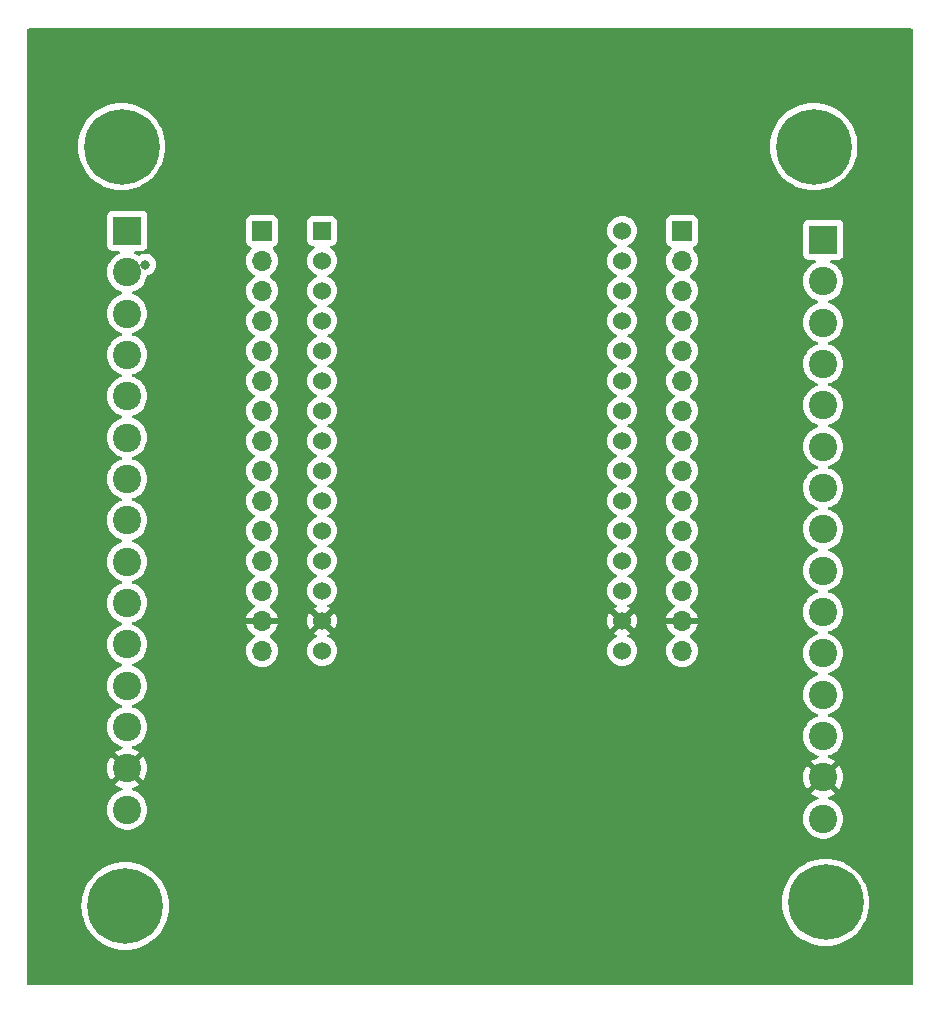
<source format=gbl>
%TF.GenerationSoftware,KiCad,Pcbnew,7.0.10-7.0.10~ubuntu22.04.1*%
%TF.CreationDate,2024-02-12T01:23:16+01:00*%
%TF.ProjectId,screw_terminal_breakout_board_esp32,73637265-775f-4746-9572-6d696e616c5f,rev?*%
%TF.SameCoordinates,Original*%
%TF.FileFunction,Copper,L2,Bot*%
%TF.FilePolarity,Positive*%
%FSLAX46Y46*%
G04 Gerber Fmt 4.6, Leading zero omitted, Abs format (unit mm)*
G04 Created by KiCad (PCBNEW 7.0.10-7.0.10~ubuntu22.04.1) date 2024-02-12 01:23:16*
%MOMM*%
%LPD*%
G01*
G04 APERTURE LIST*
%TA.AperFunction,ComponentPad*%
%ADD10C,0.800000*%
%TD*%
%TA.AperFunction,ComponentPad*%
%ADD11C,6.400000*%
%TD*%
%TA.AperFunction,ComponentPad*%
%ADD12R,1.524000X1.524000*%
%TD*%
%TA.AperFunction,ComponentPad*%
%ADD13C,1.524000*%
%TD*%
%TA.AperFunction,ComponentPad*%
%ADD14C,2.400000*%
%TD*%
%TA.AperFunction,ComponentPad*%
%ADD15R,2.400000X2.400000*%
%TD*%
%TA.AperFunction,ComponentPad*%
%ADD16R,1.700000X1.700000*%
%TD*%
%TA.AperFunction,ComponentPad*%
%ADD17O,1.700000X1.700000*%
%TD*%
%TA.AperFunction,ViaPad*%
%ADD18C,0.800000*%
%TD*%
G04 APERTURE END LIST*
D10*
%TO.P,H4,1*%
%TO.N,N/C*%
X110080000Y-57680000D03*
X111777056Y-61777056D03*
X111777056Y-58382944D03*
X112480000Y-60080000D03*
D11*
X110080000Y-60080000D03*
D10*
X110080000Y-62480000D03*
X108382944Y-58382944D03*
X108382944Y-61777056D03*
X107680000Y-60080000D03*
%TD*%
%TO.P,H3,1*%
%TO.N,N/C*%
X168680000Y-57680000D03*
X170377056Y-61777056D03*
X170377056Y-58382944D03*
X171080000Y-60080000D03*
D11*
X168680000Y-60080000D03*
D10*
X168680000Y-62480000D03*
X166982944Y-58382944D03*
X166982944Y-61777056D03*
X166280000Y-60080000D03*
%TD*%
%TO.P,H2,1*%
%TO.N,N/C*%
X110382944Y-121982944D03*
X112080000Y-126080000D03*
X112080000Y-122685888D03*
X112782944Y-124382944D03*
D11*
X110382944Y-124382944D03*
D10*
X110382944Y-126782944D03*
X108685888Y-122685888D03*
X108685888Y-126080000D03*
X107982944Y-124382944D03*
%TD*%
%TO.P,H1,1*%
%TO.N,N/C*%
X169680000Y-121680000D03*
X171377056Y-125777056D03*
X171377056Y-122382944D03*
X172080000Y-124080000D03*
D11*
X169680000Y-124080000D03*
D10*
X169680000Y-126480000D03*
X167982944Y-122382944D03*
X167982944Y-125777056D03*
X167280000Y-124080000D03*
%TD*%
D12*
%TO.P,U1,1,EN*%
%TO.N,EN*%
X127060000Y-67220000D03*
D13*
%TO.P,U1,2,SENSOR_VP*%
%TO.N,VP*%
X127060000Y-69760000D03*
%TO.P,U1,3,SENSOR_VN*%
%TO.N,VN*%
X127060000Y-72300000D03*
%TO.P,U1,4,IO34*%
%TO.N,D34*%
X127060000Y-74840000D03*
%TO.P,U1,5,IO35*%
%TO.N,D35*%
X127060000Y-77380000D03*
%TO.P,U1,6,IO32*%
%TO.N,D32*%
X127060000Y-79920000D03*
%TO.P,U1,7,IO33*%
%TO.N,D33*%
X127060000Y-82460000D03*
%TO.P,U1,8,IO25*%
%TO.N,D25*%
X127060000Y-85000000D03*
%TO.P,U1,9,IO26*%
%TO.N,D26*%
X127060000Y-87540000D03*
%TO.P,U1,10,IO27*%
%TO.N,D27*%
X127060000Y-90080000D03*
%TO.P,U1,11,IO14*%
%TO.N,D14*%
X127060000Y-92620000D03*
%TO.P,U1,12,IO12*%
%TO.N,D12*%
X127060000Y-95160000D03*
%TO.P,U1,13,IO13*%
%TO.N,D13*%
X127060000Y-97700000D03*
%TO.P,U1,14,GND*%
%TO.N,GND*%
X127060000Y-100240000D03*
%TO.P,U1,15,VIN*%
%TO.N,VIN*%
X127060000Y-102780000D03*
%TO.P,U1,16,3V3*%
%TO.N,3V3*%
X152460000Y-102780000D03*
%TO.P,U1,17,GND*%
%TO.N,GND*%
X152460000Y-100240000D03*
%TO.P,U1,18,IO15*%
%TO.N,D15*%
X152460000Y-97700000D03*
%TO.P,U1,19,IO2*%
%TO.N,D2*%
X152460000Y-95160000D03*
%TO.P,U1,20,IO4*%
%TO.N,D4*%
X152460000Y-92620000D03*
%TO.P,U1,21,IO16*%
%TO.N,RX2*%
X152460000Y-90080000D03*
%TO.P,U1,22,IO17*%
%TO.N,TX2*%
X152460000Y-87540000D03*
%TO.P,U1,23,IO5*%
%TO.N,D5*%
X152460000Y-85000000D03*
%TO.P,U1,24,IO18*%
%TO.N,D18*%
X152460000Y-82460000D03*
%TO.P,U1,25,IO19*%
%TO.N,D19*%
X152460000Y-79920000D03*
%TO.P,U1,26,IO21*%
%TO.N,D21*%
X152460000Y-77380000D03*
%TO.P,U1,27,RXD0/IO3*%
%TO.N,RX0*%
X152460000Y-74840000D03*
%TO.P,U1,28,TXD0/IO1*%
%TO.N,TX0*%
X152460000Y-72300000D03*
%TO.P,U1,29,IO22*%
%TO.N,D22*%
X152460000Y-69760000D03*
%TO.P,U1,30,IO23*%
%TO.N,D23*%
X152460000Y-67220000D03*
%TD*%
D14*
%TO.P,J1,15,Pin_15*%
%TO.N,VIN*%
X110550000Y-116220000D03*
%TO.P,J1,14,Pin_14*%
%TO.N,GND*%
X110550000Y-112720000D03*
%TO.P,J1,13,Pin_13*%
%TO.N,D13*%
X110550000Y-109220000D03*
%TO.P,J1,12,Pin_12*%
%TO.N,D12*%
X110550000Y-105720000D03*
%TO.P,J1,11,Pin_11*%
%TO.N,D14*%
X110550000Y-102220000D03*
%TO.P,J1,10,Pin_10*%
%TO.N,D27*%
X110550000Y-98720000D03*
%TO.P,J1,9,Pin_9*%
%TO.N,D26*%
X110550000Y-95220000D03*
%TO.P,J1,8,Pin_8*%
%TO.N,D25*%
X110550000Y-91720000D03*
%TO.P,J1,7,Pin_7*%
%TO.N,D33*%
X110550000Y-88220000D03*
%TO.P,J1,6,Pin_6*%
%TO.N,D32*%
X110550000Y-84720000D03*
%TO.P,J1,5,Pin_5*%
%TO.N,D35*%
X110550000Y-81220000D03*
%TO.P,J1,4,Pin_4*%
%TO.N,D34*%
X110550000Y-77720000D03*
%TO.P,J1,3,Pin_3*%
%TO.N,VN*%
X110550000Y-74220000D03*
%TO.P,J1,2,Pin_2*%
%TO.N,VP*%
X110550000Y-70720000D03*
D15*
%TO.P,J1,1,Pin_1*%
%TO.N,EN*%
X110550000Y-67220000D03*
%TD*%
%TO.P,J2,1,Pin_1*%
%TO.N,D23*%
X169478000Y-67982000D03*
D14*
%TO.P,J2,2,Pin_2*%
%TO.N,D22*%
X169478000Y-71482000D03*
%TO.P,J2,3,Pin_3*%
%TO.N,TX0*%
X169478000Y-74982000D03*
%TO.P,J2,4,Pin_4*%
%TO.N,RX0*%
X169478000Y-78482000D03*
%TO.P,J2,5,Pin_5*%
%TO.N,D21*%
X169478000Y-81982000D03*
%TO.P,J2,6,Pin_6*%
%TO.N,D19*%
X169478000Y-85482000D03*
%TO.P,J2,7,Pin_7*%
%TO.N,D18*%
X169478000Y-88982000D03*
%TO.P,J2,8,Pin_8*%
%TO.N,D5*%
X169478000Y-92482000D03*
%TO.P,J2,9,Pin_9*%
%TO.N,TX2*%
X169478000Y-95982000D03*
%TO.P,J2,10,Pin_10*%
%TO.N,RX2*%
X169478000Y-99482000D03*
%TO.P,J2,11,Pin_11*%
%TO.N,D4*%
X169478000Y-102982000D03*
%TO.P,J2,12,Pin_12*%
%TO.N,D2*%
X169478000Y-106482000D03*
%TO.P,J2,13,Pin_13*%
%TO.N,D15*%
X169478000Y-109982000D03*
%TO.P,J2,14,Pin_14*%
%TO.N,GND*%
X169478000Y-113482000D03*
%TO.P,J2,15,Pin_15*%
%TO.N,3V3*%
X169478000Y-116982000D03*
%TD*%
D16*
%TO.P,J4,1,Pin_1*%
%TO.N,D23*%
X157540000Y-67220000D03*
D17*
%TO.P,J4,2,Pin_2*%
%TO.N,D22*%
X157540000Y-69760000D03*
%TO.P,J4,3,Pin_3*%
%TO.N,TX0*%
X157540000Y-72300000D03*
%TO.P,J4,4,Pin_4*%
%TO.N,RX0*%
X157540000Y-74840000D03*
%TO.P,J4,5,Pin_5*%
%TO.N,D21*%
X157540000Y-77380000D03*
%TO.P,J4,6,Pin_6*%
%TO.N,D19*%
X157540000Y-79920000D03*
%TO.P,J4,7,Pin_7*%
%TO.N,D18*%
X157540000Y-82460000D03*
%TO.P,J4,8,Pin_8*%
%TO.N,D5*%
X157540000Y-85000000D03*
%TO.P,J4,9,Pin_9*%
%TO.N,TX2*%
X157540000Y-87540000D03*
%TO.P,J4,10,Pin_10*%
%TO.N,RX2*%
X157540000Y-90080000D03*
%TO.P,J4,11,Pin_11*%
%TO.N,D4*%
X157540000Y-92620000D03*
%TO.P,J4,12,Pin_12*%
%TO.N,D2*%
X157540000Y-95160000D03*
%TO.P,J4,13,Pin_13*%
%TO.N,D15*%
X157540000Y-97700000D03*
%TO.P,J4,14,Pin_14*%
%TO.N,GND*%
X157540000Y-100240000D03*
%TO.P,J4,15,Pin_15*%
%TO.N,3V3*%
X157540000Y-102780000D03*
%TD*%
D16*
%TO.P,J3,1,Pin_1*%
%TO.N,EN*%
X121980000Y-67220000D03*
D17*
%TO.P,J3,2,Pin_2*%
%TO.N,VP*%
X121980000Y-69760000D03*
%TO.P,J3,3,Pin_3*%
%TO.N,VN*%
X121980000Y-72300000D03*
%TO.P,J3,4,Pin_4*%
%TO.N,D34*%
X121980000Y-74840000D03*
%TO.P,J3,5,Pin_5*%
%TO.N,D35*%
X121980000Y-77380000D03*
%TO.P,J3,6,Pin_6*%
%TO.N,D32*%
X121980000Y-79920000D03*
%TO.P,J3,7,Pin_7*%
%TO.N,D33*%
X121980000Y-82460000D03*
%TO.P,J3,8,Pin_8*%
%TO.N,D25*%
X121980000Y-85000000D03*
%TO.P,J3,9,Pin_9*%
%TO.N,D26*%
X121980000Y-87540000D03*
%TO.P,J3,10,Pin_10*%
%TO.N,D27*%
X121980000Y-90080000D03*
%TO.P,J3,11,Pin_11*%
%TO.N,D14*%
X121980000Y-92620000D03*
%TO.P,J3,12,Pin_12*%
%TO.N,D12*%
X121980000Y-95160000D03*
%TO.P,J3,13,Pin_13*%
%TO.N,D13*%
X121980000Y-97700000D03*
%TO.P,J3,14,Pin_14*%
%TO.N,GND*%
X121980000Y-100240000D03*
%TO.P,J3,15,Pin_15*%
%TO.N,VIN*%
X121980000Y-102780000D03*
%TD*%
D18*
%TO.N,VP*%
X112080000Y-70080000D03*
%TD*%
%TA.AperFunction,Conductor*%
%TO.N,GND*%
G36*
X177022539Y-50100185D02*
G01*
X177068294Y-50152989D01*
X177079500Y-50204500D01*
X177079500Y-130955500D01*
X177059815Y-131022539D01*
X177007011Y-131068294D01*
X176955500Y-131079500D01*
X102204500Y-131079500D01*
X102137461Y-131059815D01*
X102091706Y-131007011D01*
X102080500Y-130955500D01*
X102080500Y-124382944D01*
X106677366Y-124382944D01*
X106697666Y-124770283D01*
X106758341Y-125153371D01*
X106758342Y-125153377D01*
X106777558Y-125225094D01*
X106858732Y-125528038D01*
X106997731Y-125890141D01*
X107173821Y-126235737D01*
X107385066Y-126561026D01*
X107385068Y-126561028D01*
X107629163Y-126862460D01*
X107903428Y-127136725D01*
X107903432Y-127136728D01*
X108204861Y-127380821D01*
X108334812Y-127465212D01*
X108530155Y-127592069D01*
X108875750Y-127768158D01*
X109237857Y-127907158D01*
X109612511Y-128007546D01*
X109995606Y-128068222D01*
X110361520Y-128087399D01*
X110382943Y-128088522D01*
X110382944Y-128088522D01*
X110382945Y-128088522D01*
X110403245Y-128087458D01*
X110770282Y-128068222D01*
X111153377Y-128007546D01*
X111528031Y-127907158D01*
X111890138Y-127768158D01*
X112235733Y-127592069D01*
X112561028Y-127380820D01*
X112862460Y-127136725D01*
X113136725Y-126862460D01*
X113380820Y-126561028D01*
X113592069Y-126235733D01*
X113768158Y-125890138D01*
X113907158Y-125528031D01*
X114007546Y-125153377D01*
X114068222Y-124770282D01*
X114088522Y-124382944D01*
X114072645Y-124080000D01*
X165974422Y-124080000D01*
X165994722Y-124467339D01*
X166055397Y-124850427D01*
X166055398Y-124850433D01*
X166136571Y-125153377D01*
X166155788Y-125225094D01*
X166294787Y-125587197D01*
X166470877Y-125932793D01*
X166682122Y-126258082D01*
X166682124Y-126258084D01*
X166926219Y-126559516D01*
X167200484Y-126833781D01*
X167368375Y-126969737D01*
X167501917Y-127077877D01*
X167592540Y-127136728D01*
X167827211Y-127289125D01*
X168172806Y-127465214D01*
X168534913Y-127604214D01*
X168909567Y-127704602D01*
X169292662Y-127765278D01*
X169658576Y-127784455D01*
X169679999Y-127785578D01*
X169680000Y-127785578D01*
X169680001Y-127785578D01*
X169700301Y-127784514D01*
X170067338Y-127765278D01*
X170450433Y-127704602D01*
X170825087Y-127604214D01*
X171187194Y-127465214D01*
X171532789Y-127289125D01*
X171858084Y-127077876D01*
X172159516Y-126833781D01*
X172433781Y-126559516D01*
X172677876Y-126258084D01*
X172889125Y-125932789D01*
X173065214Y-125587194D01*
X173204214Y-125225087D01*
X173304602Y-124850433D01*
X173365278Y-124467338D01*
X173385578Y-124080000D01*
X173365278Y-123692662D01*
X173304602Y-123309567D01*
X173204214Y-122934913D01*
X173065214Y-122572806D01*
X172889125Y-122227211D01*
X172678858Y-121903428D01*
X172677877Y-121901917D01*
X172457005Y-121629163D01*
X172433781Y-121600484D01*
X172159516Y-121326219D01*
X172125164Y-121298401D01*
X171858082Y-121082122D01*
X171532793Y-120870877D01*
X171187197Y-120694787D01*
X170825094Y-120555788D01*
X170825087Y-120555786D01*
X170450433Y-120455398D01*
X170450429Y-120455397D01*
X170450428Y-120455397D01*
X170067339Y-120394722D01*
X169680001Y-120374422D01*
X169679999Y-120374422D01*
X169292660Y-120394722D01*
X168909572Y-120455397D01*
X168909570Y-120455397D01*
X168534905Y-120555788D01*
X168172802Y-120694787D01*
X167827206Y-120870877D01*
X167501917Y-121082122D01*
X167200488Y-121326215D01*
X167200480Y-121326222D01*
X166926222Y-121600480D01*
X166926215Y-121600488D01*
X166682122Y-121901917D01*
X166470877Y-122227206D01*
X166294787Y-122572802D01*
X166155788Y-122934905D01*
X166055397Y-123309570D01*
X166055397Y-123309572D01*
X165994722Y-123692660D01*
X165974422Y-124079999D01*
X165974422Y-124080000D01*
X114072645Y-124080000D01*
X114068222Y-123995606D01*
X114007546Y-123612511D01*
X113907158Y-123237857D01*
X113768158Y-122875750D01*
X113592069Y-122530155D01*
X113380820Y-122204860D01*
X113136725Y-121903428D01*
X112862460Y-121629163D01*
X112561028Y-121385068D01*
X112561026Y-121385066D01*
X112235737Y-121173821D01*
X111890141Y-120997731D01*
X111528038Y-120858732D01*
X111528031Y-120858730D01*
X111153377Y-120758342D01*
X111153373Y-120758341D01*
X111153372Y-120758341D01*
X110770283Y-120697666D01*
X110382945Y-120677366D01*
X110382943Y-120677366D01*
X109995604Y-120697666D01*
X109612516Y-120758341D01*
X109612514Y-120758341D01*
X109237849Y-120858732D01*
X108875746Y-120997731D01*
X108530150Y-121173821D01*
X108204861Y-121385066D01*
X107903432Y-121629159D01*
X107903424Y-121629166D01*
X107629166Y-121903424D01*
X107629159Y-121903432D01*
X107385066Y-122204861D01*
X107173821Y-122530150D01*
X106997731Y-122875746D01*
X106858732Y-123237849D01*
X106758341Y-123612514D01*
X106758341Y-123612516D01*
X106697666Y-123995604D01*
X106677366Y-124382943D01*
X106677366Y-124382944D01*
X102080500Y-124382944D01*
X102080500Y-116220004D01*
X108844732Y-116220004D01*
X108863777Y-116474154D01*
X108920490Y-116722630D01*
X108920492Y-116722637D01*
X109013608Y-116959890D01*
X109040536Y-117006531D01*
X109141041Y-117180612D01*
X109299950Y-117379877D01*
X109486783Y-117553232D01*
X109697366Y-117696805D01*
X109697371Y-117696807D01*
X109697372Y-117696808D01*
X109697373Y-117696809D01*
X109819328Y-117755538D01*
X109926992Y-117807387D01*
X109926993Y-117807387D01*
X109926996Y-117807389D01*
X110170542Y-117882513D01*
X110422565Y-117920500D01*
X110677435Y-117920500D01*
X110929458Y-117882513D01*
X111173004Y-117807389D01*
X111402634Y-117696805D01*
X111613217Y-117553232D01*
X111800050Y-117379877D01*
X111958959Y-117180612D01*
X112073624Y-116982004D01*
X167772732Y-116982004D01*
X167791777Y-117236154D01*
X167791778Y-117236157D01*
X167848492Y-117484637D01*
X167941607Y-117721888D01*
X168069041Y-117942612D01*
X168227950Y-118141877D01*
X168414783Y-118315232D01*
X168625366Y-118458805D01*
X168625371Y-118458807D01*
X168625372Y-118458808D01*
X168625373Y-118458809D01*
X168747328Y-118517538D01*
X168854992Y-118569387D01*
X168854993Y-118569387D01*
X168854996Y-118569389D01*
X169098542Y-118644513D01*
X169350565Y-118682500D01*
X169605435Y-118682500D01*
X169857458Y-118644513D01*
X170101004Y-118569389D01*
X170330634Y-118458805D01*
X170541217Y-118315232D01*
X170728050Y-118141877D01*
X170886959Y-117942612D01*
X171014393Y-117721888D01*
X171107508Y-117484637D01*
X171164222Y-117236157D01*
X171183268Y-116982000D01*
X171164222Y-116727843D01*
X171107508Y-116479363D01*
X171014393Y-116242112D01*
X170886959Y-116021388D01*
X170728050Y-115822123D01*
X170541217Y-115648768D01*
X170330634Y-115505195D01*
X170330630Y-115505193D01*
X170330627Y-115505191D01*
X170330626Y-115505190D01*
X170101009Y-115394613D01*
X170101006Y-115394612D01*
X170101004Y-115394611D01*
X170011241Y-115366922D01*
X169957122Y-115350229D01*
X169898864Y-115311658D01*
X169870706Y-115247713D01*
X169881590Y-115178697D01*
X169928059Y-115126520D01*
X169957124Y-115113247D01*
X170100822Y-115068922D01*
X170100823Y-115068921D01*
X170330376Y-114958376D01*
X170330377Y-114958375D01*
X170491185Y-114848738D01*
X169687220Y-114044772D01*
X169780588Y-114006099D01*
X169905925Y-113909925D01*
X170002099Y-113784589D01*
X170040773Y-113691220D01*
X170844545Y-114494992D01*
X170844546Y-114494991D01*
X170886544Y-114442330D01*
X171013941Y-114221671D01*
X171107026Y-113984494D01*
X171107031Y-113984477D01*
X171163726Y-113736079D01*
X171182767Y-113482004D01*
X171182767Y-113481995D01*
X171163726Y-113227920D01*
X171107031Y-112979522D01*
X171107026Y-112979505D01*
X171013941Y-112742328D01*
X171013942Y-112742328D01*
X170886545Y-112521672D01*
X170844545Y-112469006D01*
X170040772Y-113272779D01*
X170002099Y-113179412D01*
X169905925Y-113054075D01*
X169780588Y-112957901D01*
X169687219Y-112919226D01*
X170491185Y-112115260D01*
X170330384Y-112005628D01*
X170330376Y-112005623D01*
X170100823Y-111895078D01*
X170100825Y-111895078D01*
X169957123Y-111850752D01*
X169898864Y-111812181D01*
X169870706Y-111748237D01*
X169881590Y-111679220D01*
X169928059Y-111627043D01*
X169957120Y-111613771D01*
X170101004Y-111569389D01*
X170330634Y-111458805D01*
X170541217Y-111315232D01*
X170728050Y-111141877D01*
X170886959Y-110942612D01*
X171014393Y-110721888D01*
X171107508Y-110484637D01*
X171164222Y-110236157D01*
X171183268Y-109982000D01*
X171164222Y-109727843D01*
X171107508Y-109479363D01*
X171014393Y-109242112D01*
X170886959Y-109021388D01*
X170728050Y-108822123D01*
X170541217Y-108648768D01*
X170330634Y-108505195D01*
X170330630Y-108505193D01*
X170330627Y-108505191D01*
X170330626Y-108505190D01*
X170101006Y-108394612D01*
X170101008Y-108394612D01*
X169957970Y-108350491D01*
X169899711Y-108311921D01*
X169871553Y-108247976D01*
X169882437Y-108178959D01*
X169928906Y-108126782D01*
X169957970Y-108113509D01*
X170101004Y-108069389D01*
X170330634Y-107958805D01*
X170541217Y-107815232D01*
X170728050Y-107641877D01*
X170886959Y-107442612D01*
X171014393Y-107221888D01*
X171107508Y-106984637D01*
X171164222Y-106736157D01*
X171183268Y-106482000D01*
X171164222Y-106227843D01*
X171107508Y-105979363D01*
X171014393Y-105742112D01*
X170886959Y-105521388D01*
X170728050Y-105322123D01*
X170541217Y-105148768D01*
X170330634Y-105005195D01*
X170330630Y-105005193D01*
X170330627Y-105005191D01*
X170330626Y-105005190D01*
X170101006Y-104894612D01*
X170101008Y-104894612D01*
X169957970Y-104850491D01*
X169899711Y-104811921D01*
X169871553Y-104747976D01*
X169882437Y-104678959D01*
X169928906Y-104626782D01*
X169957970Y-104613509D01*
X170101004Y-104569389D01*
X170330634Y-104458805D01*
X170541217Y-104315232D01*
X170728050Y-104141877D01*
X170886959Y-103942612D01*
X171014393Y-103721888D01*
X171107508Y-103484637D01*
X171164222Y-103236157D01*
X171180764Y-103015413D01*
X171183268Y-102982004D01*
X171183268Y-102981995D01*
X171168131Y-102780002D01*
X171164222Y-102727843D01*
X171107508Y-102479363D01*
X171014393Y-102242112D01*
X170886959Y-102021388D01*
X170728050Y-101822123D01*
X170541217Y-101648768D01*
X170330634Y-101505195D01*
X170330630Y-101505193D01*
X170330627Y-101505191D01*
X170330626Y-101505190D01*
X170101006Y-101394612D01*
X170101008Y-101394612D01*
X169957970Y-101350491D01*
X169899711Y-101311921D01*
X169871553Y-101247976D01*
X169882437Y-101178959D01*
X169928906Y-101126782D01*
X169957970Y-101113509D01*
X170101004Y-101069389D01*
X170330634Y-100958805D01*
X170541217Y-100815232D01*
X170728050Y-100641877D01*
X170886959Y-100442612D01*
X171014393Y-100221888D01*
X171107508Y-99984637D01*
X171164222Y-99736157D01*
X171172384Y-99627232D01*
X171183268Y-99482004D01*
X171183268Y-99481995D01*
X171164222Y-99227845D01*
X171163033Y-99222637D01*
X171107508Y-98979363D01*
X171014393Y-98742112D01*
X170886959Y-98521388D01*
X170728050Y-98322123D01*
X170541217Y-98148768D01*
X170330634Y-98005195D01*
X170330630Y-98005193D01*
X170330627Y-98005191D01*
X170330626Y-98005190D01*
X170101006Y-97894612D01*
X170101008Y-97894612D01*
X169957970Y-97850491D01*
X169899711Y-97811921D01*
X169871553Y-97747976D01*
X169882437Y-97678959D01*
X169928906Y-97626782D01*
X169957970Y-97613509D01*
X170101004Y-97569389D01*
X170330634Y-97458805D01*
X170541217Y-97315232D01*
X170728050Y-97141877D01*
X170886959Y-96942612D01*
X171014393Y-96721888D01*
X171107508Y-96484637D01*
X171164222Y-96236157D01*
X171179566Y-96031401D01*
X171183268Y-95982004D01*
X171183268Y-95981995D01*
X171164222Y-95727845D01*
X171163033Y-95722637D01*
X171107508Y-95479363D01*
X171014393Y-95242112D01*
X170886959Y-95021388D01*
X170728050Y-94822123D01*
X170541217Y-94648768D01*
X170330634Y-94505195D01*
X170330630Y-94505193D01*
X170330627Y-94505191D01*
X170330626Y-94505190D01*
X170101006Y-94394612D01*
X170101008Y-94394612D01*
X169957970Y-94350491D01*
X169899711Y-94311921D01*
X169871553Y-94247976D01*
X169882437Y-94178959D01*
X169928906Y-94126782D01*
X169957970Y-94113509D01*
X170101004Y-94069389D01*
X170330634Y-93958805D01*
X170541217Y-93815232D01*
X170728050Y-93641877D01*
X170886959Y-93442612D01*
X171014393Y-93221888D01*
X171107508Y-92984637D01*
X171164222Y-92736157D01*
X171183268Y-92482000D01*
X171177118Y-92399937D01*
X171164222Y-92227845D01*
X171163033Y-92222637D01*
X171107508Y-91979363D01*
X171014393Y-91742112D01*
X170886959Y-91521388D01*
X170728050Y-91322123D01*
X170541217Y-91148768D01*
X170330634Y-91005195D01*
X170330630Y-91005193D01*
X170330627Y-91005191D01*
X170330626Y-91005190D01*
X170101006Y-90894612D01*
X170101008Y-90894612D01*
X169957970Y-90850491D01*
X169899711Y-90811921D01*
X169871553Y-90747976D01*
X169882437Y-90678959D01*
X169928906Y-90626782D01*
X169957970Y-90613509D01*
X170101004Y-90569389D01*
X170330634Y-90458805D01*
X170541217Y-90315232D01*
X170728050Y-90141877D01*
X170886959Y-89942612D01*
X171014393Y-89721888D01*
X171107508Y-89484637D01*
X171164222Y-89236157D01*
X171183233Y-88982465D01*
X171183268Y-88982004D01*
X171183268Y-88981995D01*
X171165293Y-88742135D01*
X171164222Y-88727843D01*
X171107508Y-88479363D01*
X171014393Y-88242112D01*
X170886959Y-88021388D01*
X170728050Y-87822123D01*
X170541217Y-87648768D01*
X170330634Y-87505195D01*
X170330630Y-87505193D01*
X170330627Y-87505191D01*
X170330626Y-87505190D01*
X170101006Y-87394612D01*
X170101008Y-87394612D01*
X169957970Y-87350491D01*
X169899711Y-87311921D01*
X169871553Y-87247976D01*
X169882437Y-87178959D01*
X169928906Y-87126782D01*
X169957970Y-87113509D01*
X170101004Y-87069389D01*
X170330634Y-86958805D01*
X170541217Y-86815232D01*
X170728050Y-86641877D01*
X170886959Y-86442612D01*
X171014393Y-86221888D01*
X171107508Y-85984637D01*
X171164222Y-85736157D01*
X171183268Y-85482000D01*
X171181893Y-85463655D01*
X171164789Y-85235408D01*
X171164222Y-85227843D01*
X171107508Y-84979363D01*
X171014393Y-84742112D01*
X170886959Y-84521388D01*
X170728050Y-84322123D01*
X170541217Y-84148768D01*
X170330634Y-84005195D01*
X170330630Y-84005193D01*
X170330627Y-84005191D01*
X170330626Y-84005190D01*
X170101006Y-83894612D01*
X170101008Y-83894612D01*
X169957970Y-83850491D01*
X169899711Y-83811921D01*
X169871553Y-83747976D01*
X169882437Y-83678959D01*
X169928906Y-83626782D01*
X169957970Y-83613509D01*
X170101004Y-83569389D01*
X170330634Y-83458805D01*
X170541217Y-83315232D01*
X170728050Y-83141877D01*
X170886959Y-82942612D01*
X171014393Y-82721888D01*
X171107508Y-82484637D01*
X171164222Y-82236157D01*
X171183268Y-81982000D01*
X171164222Y-81727843D01*
X171107508Y-81479363D01*
X171014393Y-81242112D01*
X170886959Y-81021388D01*
X170728050Y-80822123D01*
X170541217Y-80648768D01*
X170330634Y-80505195D01*
X170330630Y-80505193D01*
X170330627Y-80505191D01*
X170330626Y-80505190D01*
X170101006Y-80394612D01*
X170101008Y-80394612D01*
X170014020Y-80367780D01*
X169957969Y-80350490D01*
X169899711Y-80311921D01*
X169871553Y-80247976D01*
X169882437Y-80178959D01*
X169928906Y-80126782D01*
X169957970Y-80113509D01*
X170101004Y-80069389D01*
X170330634Y-79958805D01*
X170541217Y-79815232D01*
X170728050Y-79641877D01*
X170886959Y-79442612D01*
X171014393Y-79221888D01*
X171107508Y-78984637D01*
X171164222Y-78736157D01*
X171175764Y-78582135D01*
X171183268Y-78482004D01*
X171183268Y-78481995D01*
X171164222Y-78227845D01*
X171163033Y-78222637D01*
X171107508Y-77979363D01*
X171014393Y-77742112D01*
X170886959Y-77521388D01*
X170728050Y-77322123D01*
X170541217Y-77148768D01*
X170330634Y-77005195D01*
X170330630Y-77005193D01*
X170330627Y-77005191D01*
X170330626Y-77005190D01*
X170101006Y-76894612D01*
X170101008Y-76894612D01*
X169957970Y-76850491D01*
X169899711Y-76811921D01*
X169871553Y-76747976D01*
X169882437Y-76678959D01*
X169928906Y-76626782D01*
X169957970Y-76613509D01*
X170101004Y-76569389D01*
X170330634Y-76458805D01*
X170541217Y-76315232D01*
X170728050Y-76141877D01*
X170886959Y-75942612D01*
X171014393Y-75721888D01*
X171107508Y-75484637D01*
X171164222Y-75236157D01*
X171183268Y-74982000D01*
X171164222Y-74727843D01*
X171107508Y-74479363D01*
X171014393Y-74242112D01*
X170886959Y-74021388D01*
X170728050Y-73822123D01*
X170541217Y-73648768D01*
X170330634Y-73505195D01*
X170330630Y-73505193D01*
X170330627Y-73505191D01*
X170330626Y-73505190D01*
X170101006Y-73394612D01*
X170101008Y-73394612D01*
X169957970Y-73350491D01*
X169899711Y-73311921D01*
X169871553Y-73247976D01*
X169882437Y-73178959D01*
X169928906Y-73126782D01*
X169957970Y-73113509D01*
X170101004Y-73069389D01*
X170330634Y-72958805D01*
X170541217Y-72815232D01*
X170728050Y-72641877D01*
X170886959Y-72442612D01*
X171014393Y-72221888D01*
X171107508Y-71984637D01*
X171164222Y-71736157D01*
X171183268Y-71482000D01*
X171179266Y-71428599D01*
X171166745Y-71261506D01*
X171164222Y-71227843D01*
X171107508Y-70979363D01*
X171014393Y-70742112D01*
X170886959Y-70521388D01*
X170728050Y-70322123D01*
X170541217Y-70148768D01*
X170330634Y-70005195D01*
X170330628Y-70005192D01*
X170330627Y-70005191D01*
X170330625Y-70005190D01*
X170150027Y-69918219D01*
X170098167Y-69871397D01*
X170079854Y-69803970D01*
X170100902Y-69737346D01*
X170154628Y-69692677D01*
X170203826Y-69682499D01*
X170725872Y-69682499D01*
X170785483Y-69676091D01*
X170920331Y-69625796D01*
X171035546Y-69539546D01*
X171121796Y-69424331D01*
X171172091Y-69289483D01*
X171178500Y-69229873D01*
X171178499Y-66734128D01*
X171172091Y-66674517D01*
X171139202Y-66586338D01*
X171121797Y-66539671D01*
X171121793Y-66539664D01*
X171035547Y-66424455D01*
X171035544Y-66424452D01*
X170920335Y-66338206D01*
X170920328Y-66338202D01*
X170785482Y-66287908D01*
X170785483Y-66287908D01*
X170725883Y-66281501D01*
X170725881Y-66281500D01*
X170725873Y-66281500D01*
X170725864Y-66281500D01*
X168230129Y-66281500D01*
X168230123Y-66281501D01*
X168170516Y-66287908D01*
X168035671Y-66338202D01*
X168035664Y-66338206D01*
X167920455Y-66424452D01*
X167920452Y-66424455D01*
X167834206Y-66539664D01*
X167834202Y-66539671D01*
X167783908Y-66674517D01*
X167777501Y-66734116D01*
X167777501Y-66734123D01*
X167777500Y-66734135D01*
X167777500Y-69229870D01*
X167777501Y-69229876D01*
X167783908Y-69289483D01*
X167834202Y-69424328D01*
X167834206Y-69424335D01*
X167920452Y-69539544D01*
X167920455Y-69539547D01*
X168035664Y-69625793D01*
X168035671Y-69625797D01*
X168170517Y-69676091D01*
X168170516Y-69676091D01*
X168177444Y-69676835D01*
X168230127Y-69682500D01*
X168752172Y-69682499D01*
X168819209Y-69702183D01*
X168864964Y-69754987D01*
X168874908Y-69824146D01*
X168845883Y-69887702D01*
X168805972Y-69918219D01*
X168625370Y-70005192D01*
X168414782Y-70148768D01*
X168227952Y-70322121D01*
X168227950Y-70322123D01*
X168069041Y-70521388D01*
X167941608Y-70742109D01*
X167848492Y-70979362D01*
X167848490Y-70979369D01*
X167791777Y-71227845D01*
X167772732Y-71481995D01*
X167772732Y-71482004D01*
X167791777Y-71736154D01*
X167791778Y-71736157D01*
X167848492Y-71984637D01*
X167941607Y-72221888D01*
X168069041Y-72442612D01*
X168227950Y-72641877D01*
X168414783Y-72815232D01*
X168625366Y-72958805D01*
X168625371Y-72958807D01*
X168625372Y-72958808D01*
X168625373Y-72958809D01*
X168747328Y-73017538D01*
X168854992Y-73069387D01*
X168854993Y-73069387D01*
X168854996Y-73069389D01*
X168961360Y-73102197D01*
X168998029Y-73113509D01*
X169056288Y-73152080D01*
X169084446Y-73216024D01*
X169073562Y-73285041D01*
X169027093Y-73337218D01*
X168998029Y-73350491D01*
X168854992Y-73394612D01*
X168625373Y-73505190D01*
X168625372Y-73505191D01*
X168414782Y-73648768D01*
X168227952Y-73822121D01*
X168227950Y-73822123D01*
X168069041Y-74021388D01*
X167941608Y-74242109D01*
X167848492Y-74479362D01*
X167848490Y-74479369D01*
X167791777Y-74727845D01*
X167772732Y-74981995D01*
X167772732Y-74982004D01*
X167791777Y-75236154D01*
X167807185Y-75303663D01*
X167848492Y-75484637D01*
X167941607Y-75721888D01*
X168069041Y-75942612D01*
X168227950Y-76141877D01*
X168414783Y-76315232D01*
X168625366Y-76458805D01*
X168625371Y-76458807D01*
X168625372Y-76458808D01*
X168625373Y-76458809D01*
X168728760Y-76508597D01*
X168854992Y-76569387D01*
X168854993Y-76569387D01*
X168854996Y-76569389D01*
X168961360Y-76602197D01*
X168998029Y-76613509D01*
X169056288Y-76652080D01*
X169084446Y-76716024D01*
X169073562Y-76785041D01*
X169027093Y-76837218D01*
X168998029Y-76850491D01*
X168854992Y-76894612D01*
X168625373Y-77005190D01*
X168625372Y-77005191D01*
X168414782Y-77148768D01*
X168227952Y-77322121D01*
X168227950Y-77322123D01*
X168069041Y-77521388D01*
X167941608Y-77742109D01*
X167848492Y-77979362D01*
X167848490Y-77979369D01*
X167791777Y-78227845D01*
X167772732Y-78481995D01*
X167772732Y-78482004D01*
X167791777Y-78736154D01*
X167840397Y-78949174D01*
X167848492Y-78984637D01*
X167941607Y-79221888D01*
X168069041Y-79442612D01*
X168227950Y-79641877D01*
X168414783Y-79815232D01*
X168625366Y-79958805D01*
X168625371Y-79958807D01*
X168625372Y-79958808D01*
X168625373Y-79958809D01*
X168747328Y-80017538D01*
X168854992Y-80069387D01*
X168854993Y-80069387D01*
X168854996Y-80069389D01*
X168961360Y-80102197D01*
X168998029Y-80113509D01*
X169056288Y-80152080D01*
X169084446Y-80216024D01*
X169073562Y-80285041D01*
X169027093Y-80337218D01*
X168998029Y-80350491D01*
X168854992Y-80394612D01*
X168625373Y-80505190D01*
X168625372Y-80505191D01*
X168414782Y-80648768D01*
X168227952Y-80822121D01*
X168227950Y-80822123D01*
X168069041Y-81021388D01*
X167941608Y-81242109D01*
X167848492Y-81479362D01*
X167848490Y-81479369D01*
X167791777Y-81727845D01*
X167772732Y-81981995D01*
X167772732Y-81982004D01*
X167791777Y-82236154D01*
X167842868Y-82460000D01*
X167848492Y-82484637D01*
X167941607Y-82721888D01*
X168069041Y-82942612D01*
X168227950Y-83141877D01*
X168414783Y-83315232D01*
X168625366Y-83458805D01*
X168625371Y-83458807D01*
X168625372Y-83458808D01*
X168625373Y-83458809D01*
X168707779Y-83498493D01*
X168854992Y-83569387D01*
X168854993Y-83569387D01*
X168854996Y-83569389D01*
X168961360Y-83602197D01*
X168998029Y-83613509D01*
X169056288Y-83652080D01*
X169084446Y-83716024D01*
X169073562Y-83785041D01*
X169027093Y-83837218D01*
X168998029Y-83850491D01*
X168854992Y-83894612D01*
X168625373Y-84005190D01*
X168625372Y-84005191D01*
X168414782Y-84148768D01*
X168227952Y-84322121D01*
X168227950Y-84322123D01*
X168069041Y-84521388D01*
X167941608Y-84742109D01*
X167848492Y-84979362D01*
X167848490Y-84979369D01*
X167791777Y-85227845D01*
X167772732Y-85481995D01*
X167772732Y-85482004D01*
X167791777Y-85736154D01*
X167845339Y-85970826D01*
X167848492Y-85984637D01*
X167941607Y-86221888D01*
X168069041Y-86442612D01*
X168227950Y-86641877D01*
X168414783Y-86815232D01*
X168625366Y-86958805D01*
X168625371Y-86958807D01*
X168625372Y-86958808D01*
X168625373Y-86958809D01*
X168747328Y-87017538D01*
X168854992Y-87069387D01*
X168854993Y-87069387D01*
X168854996Y-87069389D01*
X168961360Y-87102197D01*
X168998029Y-87113509D01*
X169056288Y-87152080D01*
X169084446Y-87216024D01*
X169073562Y-87285041D01*
X169027093Y-87337218D01*
X168998029Y-87350491D01*
X168854992Y-87394612D01*
X168625373Y-87505190D01*
X168625372Y-87505191D01*
X168414782Y-87648768D01*
X168227952Y-87822121D01*
X168227950Y-87822123D01*
X168069041Y-88021388D01*
X167941608Y-88242109D01*
X167848492Y-88479362D01*
X167848490Y-88479369D01*
X167791777Y-88727845D01*
X167772732Y-88981995D01*
X167772732Y-88982004D01*
X167791777Y-89236154D01*
X167839750Y-89446339D01*
X167848492Y-89484637D01*
X167941607Y-89721888D01*
X168069041Y-89942612D01*
X168227950Y-90141877D01*
X168414783Y-90315232D01*
X168625366Y-90458805D01*
X168625371Y-90458807D01*
X168625372Y-90458808D01*
X168625373Y-90458809D01*
X168747328Y-90517538D01*
X168854992Y-90569387D01*
X168854993Y-90569387D01*
X168854996Y-90569389D01*
X168961360Y-90602197D01*
X168998029Y-90613509D01*
X169056288Y-90652080D01*
X169084446Y-90716024D01*
X169073562Y-90785041D01*
X169027093Y-90837218D01*
X168998029Y-90850491D01*
X168854992Y-90894612D01*
X168625373Y-91005190D01*
X168625372Y-91005191D01*
X168414782Y-91148768D01*
X168227952Y-91322121D01*
X168227950Y-91322123D01*
X168069041Y-91521388D01*
X167941608Y-91742109D01*
X167848492Y-91979362D01*
X167848490Y-91979369D01*
X167791777Y-92227845D01*
X167772732Y-92481995D01*
X167772732Y-92482004D01*
X167791777Y-92736154D01*
X167815493Y-92840062D01*
X167848492Y-92984637D01*
X167941607Y-93221888D01*
X168069041Y-93442612D01*
X168227950Y-93641877D01*
X168414783Y-93815232D01*
X168625366Y-93958805D01*
X168625371Y-93958807D01*
X168625372Y-93958808D01*
X168625373Y-93958809D01*
X168747328Y-94017538D01*
X168854992Y-94069387D01*
X168854993Y-94069387D01*
X168854996Y-94069389D01*
X168961360Y-94102197D01*
X168998029Y-94113509D01*
X169056288Y-94152080D01*
X169084446Y-94216024D01*
X169073562Y-94285041D01*
X169027093Y-94337218D01*
X168998029Y-94350491D01*
X168854992Y-94394612D01*
X168625373Y-94505190D01*
X168625372Y-94505191D01*
X168414782Y-94648768D01*
X168227952Y-94822121D01*
X168227950Y-94822123D01*
X168069041Y-95021388D01*
X167941608Y-95242109D01*
X167848492Y-95479362D01*
X167848490Y-95479369D01*
X167791777Y-95727845D01*
X167772732Y-95981995D01*
X167772732Y-95982004D01*
X167791777Y-96236154D01*
X167841026Y-96451930D01*
X167848492Y-96484637D01*
X167871155Y-96542382D01*
X167941608Y-96721890D01*
X167945814Y-96729175D01*
X168069041Y-96942612D01*
X168227950Y-97141877D01*
X168414783Y-97315232D01*
X168625366Y-97458805D01*
X168625371Y-97458807D01*
X168625372Y-97458808D01*
X168625373Y-97458809D01*
X168747328Y-97517538D01*
X168854992Y-97569387D01*
X168854993Y-97569387D01*
X168854996Y-97569389D01*
X168961360Y-97602197D01*
X168998029Y-97613509D01*
X169056288Y-97652080D01*
X169084446Y-97716024D01*
X169073562Y-97785041D01*
X169027093Y-97837218D01*
X168998029Y-97850491D01*
X168854992Y-97894612D01*
X168625373Y-98005190D01*
X168625372Y-98005191D01*
X168414782Y-98148768D01*
X168227952Y-98322121D01*
X168227950Y-98322123D01*
X168069041Y-98521388D01*
X167941608Y-98742109D01*
X167848492Y-98979362D01*
X167848490Y-98979369D01*
X167791777Y-99227845D01*
X167772732Y-99481995D01*
X167772732Y-99482004D01*
X167791777Y-99736154D01*
X167847065Y-99978388D01*
X167848492Y-99984637D01*
X167941607Y-100221888D01*
X168069041Y-100442612D01*
X168227950Y-100641877D01*
X168414783Y-100815232D01*
X168625366Y-100958805D01*
X168625371Y-100958807D01*
X168625372Y-100958808D01*
X168625373Y-100958809D01*
X168747328Y-101017538D01*
X168854992Y-101069387D01*
X168854993Y-101069387D01*
X168854996Y-101069389D01*
X168961360Y-101102197D01*
X168998029Y-101113509D01*
X169056288Y-101152080D01*
X169084446Y-101216024D01*
X169073562Y-101285041D01*
X169027093Y-101337218D01*
X168998029Y-101350491D01*
X168854992Y-101394612D01*
X168625373Y-101505190D01*
X168625372Y-101505191D01*
X168414782Y-101648768D01*
X168227952Y-101822121D01*
X168227950Y-101822123D01*
X168069041Y-102021388D01*
X167941608Y-102242109D01*
X167848492Y-102479362D01*
X167848490Y-102479369D01*
X167791777Y-102727845D01*
X167772732Y-102981995D01*
X167772732Y-102982004D01*
X167791777Y-103236154D01*
X167791778Y-103236157D01*
X167848492Y-103484637D01*
X167941607Y-103721888D01*
X168069041Y-103942612D01*
X168227950Y-104141877D01*
X168414783Y-104315232D01*
X168625366Y-104458805D01*
X168625371Y-104458807D01*
X168625372Y-104458808D01*
X168625373Y-104458809D01*
X168747328Y-104517538D01*
X168854992Y-104569387D01*
X168854993Y-104569387D01*
X168854996Y-104569389D01*
X168961360Y-104602197D01*
X168998029Y-104613509D01*
X169056288Y-104652080D01*
X169084446Y-104716024D01*
X169073562Y-104785041D01*
X169027093Y-104837218D01*
X168998029Y-104850491D01*
X168854992Y-104894612D01*
X168625373Y-105005190D01*
X168625372Y-105005191D01*
X168414782Y-105148768D01*
X168227952Y-105322121D01*
X168227950Y-105322123D01*
X168069041Y-105521388D01*
X167941608Y-105742109D01*
X167848492Y-105979362D01*
X167848490Y-105979369D01*
X167791777Y-106227845D01*
X167772732Y-106481995D01*
X167772732Y-106482004D01*
X167791777Y-106736154D01*
X167791778Y-106736157D01*
X167848492Y-106984637D01*
X167941607Y-107221888D01*
X168069041Y-107442612D01*
X168227950Y-107641877D01*
X168414783Y-107815232D01*
X168625366Y-107958805D01*
X168625371Y-107958807D01*
X168625372Y-107958808D01*
X168625373Y-107958809D01*
X168747328Y-108017538D01*
X168854992Y-108069387D01*
X168854993Y-108069387D01*
X168854996Y-108069389D01*
X168961360Y-108102197D01*
X168998029Y-108113509D01*
X169056288Y-108152080D01*
X169084446Y-108216024D01*
X169073562Y-108285041D01*
X169027093Y-108337218D01*
X168998029Y-108350491D01*
X168854992Y-108394612D01*
X168625373Y-108505190D01*
X168625372Y-108505191D01*
X168414782Y-108648768D01*
X168227952Y-108822121D01*
X168227950Y-108822123D01*
X168069041Y-109021388D01*
X167941608Y-109242109D01*
X167848492Y-109479362D01*
X167848490Y-109479369D01*
X167791777Y-109727845D01*
X167772732Y-109981995D01*
X167772732Y-109982004D01*
X167791777Y-110236154D01*
X167791778Y-110236157D01*
X167848492Y-110484637D01*
X167941607Y-110721888D01*
X168069041Y-110942612D01*
X168227950Y-111141877D01*
X168414783Y-111315232D01*
X168625366Y-111458805D01*
X168625371Y-111458807D01*
X168625372Y-111458808D01*
X168625373Y-111458809D01*
X168747328Y-111517538D01*
X168854992Y-111569387D01*
X168854993Y-111569387D01*
X168854996Y-111569389D01*
X168998876Y-111613770D01*
X169057135Y-111652341D01*
X169085293Y-111716285D01*
X169074409Y-111785302D01*
X169027940Y-111837479D01*
X168998876Y-111850752D01*
X168855175Y-111895078D01*
X168625622Y-112005625D01*
X168625609Y-112005632D01*
X168464813Y-112115259D01*
X169268780Y-112919226D01*
X169175412Y-112957901D01*
X169050075Y-113054075D01*
X168953901Y-113179411D01*
X168915226Y-113272780D01*
X168111452Y-112469006D01*
X168069457Y-112521667D01*
X167942058Y-112742328D01*
X167848973Y-112979505D01*
X167848968Y-112979522D01*
X167792273Y-113227920D01*
X167773233Y-113481995D01*
X167773233Y-113482004D01*
X167792273Y-113736079D01*
X167848968Y-113984477D01*
X167848973Y-113984494D01*
X167942058Y-114221671D01*
X167942057Y-114221671D01*
X168069454Y-114442327D01*
X168069461Y-114442338D01*
X168111452Y-114494991D01*
X168111453Y-114494992D01*
X168915226Y-113691219D01*
X168953901Y-113784588D01*
X169050075Y-113909925D01*
X169175412Y-114006099D01*
X169268779Y-114044772D01*
X168464813Y-114848738D01*
X168625616Y-114958371D01*
X168625624Y-114958376D01*
X168855175Y-115068921D01*
X168998876Y-115113247D01*
X169057135Y-115151817D01*
X169085292Y-115215762D01*
X169074409Y-115284779D01*
X169027941Y-115336955D01*
X168998877Y-115350229D01*
X168854990Y-115394613D01*
X168625373Y-115505190D01*
X168625372Y-115505191D01*
X168414782Y-115648768D01*
X168227952Y-115822121D01*
X168227950Y-115822123D01*
X168069041Y-116021388D01*
X167941608Y-116242109D01*
X167848492Y-116479362D01*
X167848490Y-116479369D01*
X167791777Y-116727845D01*
X167772732Y-116981995D01*
X167772732Y-116982004D01*
X112073624Y-116982004D01*
X112086393Y-116959888D01*
X112179508Y-116722637D01*
X112236222Y-116474157D01*
X112255268Y-116220000D01*
X112236222Y-115965843D01*
X112179508Y-115717363D01*
X112086393Y-115480112D01*
X111958959Y-115259388D01*
X111800050Y-115060123D01*
X111613217Y-114886768D01*
X111402634Y-114743195D01*
X111402630Y-114743193D01*
X111402627Y-114743191D01*
X111402626Y-114743190D01*
X111173009Y-114632613D01*
X111173006Y-114632612D01*
X111173004Y-114632611D01*
X111083241Y-114604922D01*
X111029122Y-114588229D01*
X110970864Y-114549658D01*
X110942706Y-114485713D01*
X110953590Y-114416697D01*
X111000059Y-114364520D01*
X111029124Y-114351247D01*
X111172822Y-114306922D01*
X111172823Y-114306921D01*
X111402376Y-114196376D01*
X111402377Y-114196375D01*
X111563185Y-114086738D01*
X110759220Y-113282772D01*
X110852588Y-113244099D01*
X110977925Y-113147925D01*
X111074099Y-113022589D01*
X111112773Y-112929220D01*
X111916544Y-113732992D01*
X111916546Y-113732991D01*
X111958544Y-113680330D01*
X112085941Y-113459671D01*
X112179026Y-113222494D01*
X112179031Y-113222477D01*
X112235726Y-112974079D01*
X112254767Y-112720004D01*
X112254767Y-112719995D01*
X112235726Y-112465920D01*
X112179031Y-112217522D01*
X112179026Y-112217505D01*
X112085941Y-111980328D01*
X112085942Y-111980328D01*
X111958545Y-111759672D01*
X111916545Y-111707006D01*
X111112772Y-112510779D01*
X111074099Y-112417412D01*
X110977925Y-112292075D01*
X110852588Y-112195901D01*
X110759219Y-112157226D01*
X111563185Y-111353260D01*
X111402384Y-111243628D01*
X111402376Y-111243623D01*
X111172823Y-111133078D01*
X111172825Y-111133078D01*
X111029123Y-111088752D01*
X110970864Y-111050181D01*
X110942706Y-110986237D01*
X110953590Y-110917220D01*
X111000059Y-110865043D01*
X111029120Y-110851771D01*
X111173004Y-110807389D01*
X111402634Y-110696805D01*
X111613217Y-110553232D01*
X111800050Y-110379877D01*
X111958959Y-110180612D01*
X112086393Y-109959888D01*
X112179508Y-109722637D01*
X112236222Y-109474157D01*
X112255268Y-109220000D01*
X112236222Y-108965843D01*
X112179508Y-108717363D01*
X112086393Y-108480112D01*
X111958959Y-108259388D01*
X111800050Y-108060123D01*
X111613217Y-107886768D01*
X111402634Y-107743195D01*
X111402630Y-107743193D01*
X111402627Y-107743191D01*
X111402626Y-107743190D01*
X111173006Y-107632612D01*
X111173008Y-107632612D01*
X111029970Y-107588491D01*
X110971711Y-107549921D01*
X110943553Y-107485976D01*
X110954437Y-107416959D01*
X111000906Y-107364782D01*
X111029970Y-107351509D01*
X111173004Y-107307389D01*
X111402634Y-107196805D01*
X111613217Y-107053232D01*
X111800050Y-106879877D01*
X111958959Y-106680612D01*
X112086393Y-106459888D01*
X112179508Y-106222637D01*
X112236222Y-105974157D01*
X112255268Y-105720000D01*
X112236222Y-105465843D01*
X112179508Y-105217363D01*
X112086393Y-104980112D01*
X111958959Y-104759388D01*
X111800050Y-104560123D01*
X111613217Y-104386768D01*
X111402634Y-104243195D01*
X111402630Y-104243193D01*
X111402627Y-104243191D01*
X111402626Y-104243190D01*
X111173006Y-104132612D01*
X111173008Y-104132612D01*
X111029970Y-104088491D01*
X110971711Y-104049921D01*
X110943553Y-103985976D01*
X110954437Y-103916959D01*
X111000906Y-103864782D01*
X111029970Y-103851509D01*
X111173004Y-103807389D01*
X111402634Y-103696805D01*
X111613217Y-103553232D01*
X111800050Y-103379877D01*
X111958959Y-103180612D01*
X112086393Y-102959888D01*
X112156994Y-102780000D01*
X120624341Y-102780000D01*
X120644936Y-103015403D01*
X120644938Y-103015413D01*
X120706094Y-103243655D01*
X120706096Y-103243659D01*
X120706097Y-103243663D01*
X120769615Y-103379877D01*
X120805965Y-103457830D01*
X120805967Y-103457834D01*
X120872766Y-103553232D01*
X120941505Y-103651401D01*
X121108599Y-103818495D01*
X121155748Y-103851509D01*
X121302165Y-103954032D01*
X121302167Y-103954033D01*
X121302170Y-103954035D01*
X121516337Y-104053903D01*
X121516343Y-104053904D01*
X121516344Y-104053905D01*
X121571285Y-104068626D01*
X121744592Y-104115063D01*
X121932918Y-104131539D01*
X121979999Y-104135659D01*
X121980000Y-104135659D01*
X121980001Y-104135659D01*
X122019234Y-104132226D01*
X122215408Y-104115063D01*
X122443663Y-104053903D01*
X122657830Y-103954035D01*
X122851401Y-103818495D01*
X123018495Y-103651401D01*
X123154035Y-103457830D01*
X123253903Y-103243663D01*
X123315063Y-103015408D01*
X123335659Y-102780002D01*
X125792677Y-102780002D01*
X125811929Y-103000062D01*
X125811930Y-103000070D01*
X125869104Y-103213445D01*
X125869105Y-103213447D01*
X125869106Y-103213450D01*
X125883195Y-103243664D01*
X125962466Y-103413662D01*
X125962468Y-103413666D01*
X126089170Y-103594615D01*
X126089175Y-103594621D01*
X126245378Y-103750824D01*
X126245384Y-103750829D01*
X126426333Y-103877531D01*
X126426335Y-103877532D01*
X126426338Y-103877534D01*
X126626550Y-103970894D01*
X126839932Y-104028070D01*
X126997123Y-104041822D01*
X127059998Y-104047323D01*
X127060000Y-104047323D01*
X127060002Y-104047323D01*
X127115017Y-104042509D01*
X127280068Y-104028070D01*
X127493450Y-103970894D01*
X127693662Y-103877534D01*
X127874620Y-103750826D01*
X128030826Y-103594620D01*
X128157534Y-103413662D01*
X128250894Y-103213450D01*
X128308070Y-103000068D01*
X128327323Y-102780002D01*
X151192677Y-102780002D01*
X151211929Y-103000062D01*
X151211930Y-103000070D01*
X151269104Y-103213445D01*
X151269105Y-103213447D01*
X151269106Y-103213450D01*
X151283195Y-103243664D01*
X151362466Y-103413662D01*
X151362468Y-103413666D01*
X151489170Y-103594615D01*
X151489175Y-103594621D01*
X151645378Y-103750824D01*
X151645384Y-103750829D01*
X151826333Y-103877531D01*
X151826335Y-103877532D01*
X151826338Y-103877534D01*
X152026550Y-103970894D01*
X152239932Y-104028070D01*
X152397123Y-104041822D01*
X152459998Y-104047323D01*
X152460000Y-104047323D01*
X152460002Y-104047323D01*
X152515017Y-104042509D01*
X152680068Y-104028070D01*
X152893450Y-103970894D01*
X153093662Y-103877534D01*
X153274620Y-103750826D01*
X153430826Y-103594620D01*
X153557534Y-103413662D01*
X153650894Y-103213450D01*
X153708070Y-103000068D01*
X153727323Y-102780000D01*
X156184341Y-102780000D01*
X156204936Y-103015403D01*
X156204938Y-103015413D01*
X156266094Y-103243655D01*
X156266096Y-103243659D01*
X156266097Y-103243663D01*
X156329615Y-103379877D01*
X156365965Y-103457830D01*
X156365967Y-103457834D01*
X156432766Y-103553232D01*
X156501505Y-103651401D01*
X156668599Y-103818495D01*
X156715748Y-103851509D01*
X156862165Y-103954032D01*
X156862167Y-103954033D01*
X156862170Y-103954035D01*
X157076337Y-104053903D01*
X157076343Y-104053904D01*
X157076344Y-104053905D01*
X157131285Y-104068626D01*
X157304592Y-104115063D01*
X157492918Y-104131539D01*
X157539999Y-104135659D01*
X157540000Y-104135659D01*
X157540001Y-104135659D01*
X157579234Y-104132226D01*
X157775408Y-104115063D01*
X158003663Y-104053903D01*
X158217830Y-103954035D01*
X158411401Y-103818495D01*
X158578495Y-103651401D01*
X158714035Y-103457830D01*
X158813903Y-103243663D01*
X158875063Y-103015408D01*
X158895659Y-102780000D01*
X158875063Y-102544592D01*
X158822000Y-102346554D01*
X158813905Y-102316344D01*
X158813904Y-102316343D01*
X158813903Y-102316337D01*
X158714035Y-102102171D01*
X158657471Y-102021388D01*
X158578494Y-101908597D01*
X158411402Y-101741506D01*
X158411401Y-101741505D01*
X158225405Y-101611269D01*
X158181781Y-101556692D01*
X158174588Y-101487193D01*
X158206110Y-101424839D01*
X158225405Y-101408119D01*
X158411082Y-101278105D01*
X158578105Y-101111082D01*
X158713600Y-100917578D01*
X158813429Y-100703492D01*
X158813432Y-100703486D01*
X158870636Y-100490000D01*
X157973686Y-100490000D01*
X157999493Y-100449844D01*
X158040000Y-100311889D01*
X158040000Y-100168111D01*
X157999493Y-100030156D01*
X157973686Y-99990000D01*
X158870636Y-99990000D01*
X158870635Y-99989999D01*
X158813432Y-99776513D01*
X158813429Y-99776507D01*
X158713600Y-99562422D01*
X158713599Y-99562420D01*
X158578113Y-99368926D01*
X158578108Y-99368920D01*
X158411078Y-99201890D01*
X158225405Y-99071879D01*
X158181780Y-99017302D01*
X158174588Y-98947804D01*
X158206110Y-98885449D01*
X158225406Y-98868730D01*
X158411401Y-98738495D01*
X158578495Y-98571401D01*
X158714035Y-98377830D01*
X158813903Y-98163663D01*
X158875063Y-97935408D01*
X158895659Y-97700000D01*
X158875063Y-97464592D01*
X158822000Y-97266554D01*
X158813905Y-97236344D01*
X158813904Y-97236343D01*
X158813903Y-97236337D01*
X158714035Y-97022171D01*
X158666319Y-96954024D01*
X158578494Y-96828597D01*
X158411402Y-96661506D01*
X158411396Y-96661501D01*
X158225842Y-96531575D01*
X158182217Y-96476998D01*
X158175023Y-96407500D01*
X158206546Y-96345145D01*
X158225842Y-96328425D01*
X158327083Y-96257535D01*
X158411401Y-96198495D01*
X158578495Y-96031401D01*
X158714035Y-95837830D01*
X158813903Y-95623663D01*
X158875063Y-95395408D01*
X158895659Y-95160000D01*
X158875063Y-94924592D01*
X158822000Y-94726554D01*
X158813905Y-94696344D01*
X158813904Y-94696343D01*
X158813903Y-94696337D01*
X158714035Y-94482171D01*
X158712594Y-94480112D01*
X158578494Y-94288597D01*
X158411402Y-94121506D01*
X158411396Y-94121501D01*
X158225842Y-93991575D01*
X158182217Y-93936998D01*
X158175023Y-93867500D01*
X158206546Y-93805145D01*
X158225842Y-93788425D01*
X158327083Y-93717535D01*
X158411401Y-93658495D01*
X158578495Y-93491401D01*
X158714035Y-93297830D01*
X158813903Y-93083663D01*
X158875063Y-92855408D01*
X158895659Y-92620000D01*
X158875063Y-92384592D01*
X158822000Y-92186554D01*
X158813905Y-92156344D01*
X158813904Y-92156343D01*
X158813903Y-92156337D01*
X158714035Y-91942171D01*
X158618254Y-91805380D01*
X158578494Y-91748597D01*
X158411402Y-91581506D01*
X158411396Y-91581501D01*
X158225842Y-91451575D01*
X158182217Y-91396998D01*
X158175023Y-91327500D01*
X158206546Y-91265145D01*
X158225842Y-91248425D01*
X158327083Y-91177535D01*
X158411401Y-91118495D01*
X158578495Y-90951401D01*
X158714035Y-90757830D01*
X158813903Y-90543663D01*
X158875063Y-90315408D01*
X158895659Y-90080000D01*
X158875063Y-89844592D01*
X158822000Y-89646554D01*
X158813905Y-89616344D01*
X158813904Y-89616343D01*
X158813903Y-89616337D01*
X158714035Y-89402171D01*
X158698426Y-89379878D01*
X158578494Y-89208597D01*
X158411402Y-89041506D01*
X158411396Y-89041501D01*
X158225842Y-88911575D01*
X158182217Y-88856998D01*
X158175023Y-88787500D01*
X158206546Y-88725145D01*
X158225842Y-88708425D01*
X158327083Y-88637535D01*
X158411401Y-88578495D01*
X158578495Y-88411401D01*
X158714035Y-88217830D01*
X158813903Y-88003663D01*
X158875063Y-87775408D01*
X158895659Y-87540000D01*
X158875063Y-87304592D01*
X158822000Y-87106554D01*
X158813905Y-87076344D01*
X158813904Y-87076343D01*
X158813903Y-87076337D01*
X158714035Y-86862171D01*
X158681168Y-86815231D01*
X158578494Y-86668597D01*
X158411402Y-86501506D01*
X158411396Y-86501501D01*
X158225842Y-86371575D01*
X158182217Y-86316998D01*
X158175023Y-86247500D01*
X158206546Y-86185145D01*
X158225842Y-86168425D01*
X158327083Y-86097535D01*
X158411401Y-86038495D01*
X158578495Y-85871401D01*
X158714035Y-85677830D01*
X158813903Y-85463663D01*
X158875063Y-85235408D01*
X158895659Y-85000000D01*
X158893853Y-84979363D01*
X158891539Y-84952918D01*
X158875063Y-84764592D01*
X158822000Y-84566554D01*
X158813905Y-84536344D01*
X158813904Y-84536343D01*
X158813903Y-84536337D01*
X158714035Y-84322171D01*
X158714002Y-84322123D01*
X158578494Y-84128597D01*
X158411402Y-83961506D01*
X158411396Y-83961501D01*
X158225842Y-83831575D01*
X158182217Y-83776998D01*
X158175023Y-83707500D01*
X158206546Y-83645145D01*
X158225842Y-83628425D01*
X158327083Y-83557535D01*
X158411401Y-83498495D01*
X158578495Y-83331401D01*
X158714035Y-83137830D01*
X158813903Y-82923663D01*
X158875063Y-82695408D01*
X158895659Y-82460000D01*
X158875063Y-82224592D01*
X158822000Y-82026554D01*
X158813905Y-81996344D01*
X158813904Y-81996343D01*
X158813903Y-81996337D01*
X158714035Y-81782171D01*
X158675995Y-81727843D01*
X158578494Y-81588597D01*
X158411402Y-81421506D01*
X158411396Y-81421501D01*
X158225842Y-81291575D01*
X158182217Y-81236998D01*
X158175023Y-81167500D01*
X158206546Y-81105145D01*
X158225842Y-81088425D01*
X158248026Y-81072891D01*
X158411401Y-80958495D01*
X158578495Y-80791401D01*
X158714035Y-80597830D01*
X158813903Y-80383663D01*
X158875063Y-80155408D01*
X158895659Y-79920000D01*
X158875063Y-79684592D01*
X158822000Y-79486554D01*
X158813905Y-79456344D01*
X158813904Y-79456343D01*
X158813903Y-79456337D01*
X158714035Y-79242171D01*
X158699835Y-79221890D01*
X158578494Y-79048597D01*
X158411402Y-78881506D01*
X158411396Y-78881501D01*
X158225842Y-78751575D01*
X158182217Y-78696998D01*
X158175023Y-78627500D01*
X158206546Y-78565145D01*
X158225842Y-78548425D01*
X158320701Y-78482004D01*
X158411401Y-78418495D01*
X158578495Y-78251401D01*
X158714035Y-78057830D01*
X158813903Y-77843663D01*
X158875063Y-77615408D01*
X158895659Y-77380000D01*
X158875063Y-77144592D01*
X158822000Y-76946554D01*
X158813905Y-76916344D01*
X158813904Y-76916343D01*
X158813903Y-76916337D01*
X158714035Y-76702171D01*
X158700262Y-76682500D01*
X158578494Y-76508597D01*
X158411402Y-76341506D01*
X158411396Y-76341501D01*
X158225842Y-76211575D01*
X158182217Y-76156998D01*
X158175023Y-76087500D01*
X158206546Y-76025145D01*
X158225842Y-76008425D01*
X158257902Y-75985976D01*
X158411401Y-75878495D01*
X158578495Y-75711401D01*
X158714035Y-75517830D01*
X158813903Y-75303663D01*
X158875063Y-75075408D01*
X158895659Y-74840000D01*
X158875063Y-74604592D01*
X158822000Y-74406554D01*
X158813905Y-74376344D01*
X158813904Y-74376343D01*
X158813903Y-74376337D01*
X158714035Y-74162171D01*
X158618254Y-74025380D01*
X158578494Y-73968597D01*
X158411402Y-73801506D01*
X158411396Y-73801501D01*
X158225842Y-73671575D01*
X158182217Y-73616998D01*
X158175023Y-73547500D01*
X158206546Y-73485145D01*
X158225842Y-73468425D01*
X158327083Y-73397535D01*
X158411401Y-73338495D01*
X158578495Y-73171401D01*
X158714035Y-72977830D01*
X158813903Y-72763663D01*
X158875063Y-72535408D01*
X158895659Y-72300000D01*
X158875063Y-72064592D01*
X158822000Y-71866554D01*
X158813905Y-71836344D01*
X158813904Y-71836343D01*
X158813903Y-71836337D01*
X158714035Y-71622171D01*
X158618254Y-71485380D01*
X158578494Y-71428597D01*
X158411402Y-71261506D01*
X158411396Y-71261501D01*
X158225842Y-71131575D01*
X158182217Y-71076998D01*
X158175023Y-71007500D01*
X158206546Y-70945145D01*
X158225842Y-70928425D01*
X158248026Y-70912891D01*
X158411401Y-70798495D01*
X158578495Y-70631401D01*
X158714035Y-70437830D01*
X158813903Y-70223663D01*
X158875063Y-69995408D01*
X158895659Y-69760000D01*
X158895605Y-69759388D01*
X158883917Y-69625793D01*
X158875063Y-69524592D01*
X158822000Y-69326554D01*
X158813905Y-69296344D01*
X158813904Y-69296343D01*
X158813903Y-69296337D01*
X158714035Y-69082171D01*
X158700013Y-69062146D01*
X158578496Y-68888600D01*
X158553689Y-68863793D01*
X158456567Y-68766671D01*
X158423084Y-68705351D01*
X158428068Y-68635659D01*
X158469939Y-68579725D01*
X158500915Y-68562810D01*
X158632331Y-68513796D01*
X158747546Y-68427546D01*
X158833796Y-68312331D01*
X158884091Y-68177483D01*
X158890500Y-68117873D01*
X158890499Y-66322128D01*
X158884091Y-66262517D01*
X158879114Y-66249174D01*
X158833797Y-66127671D01*
X158833793Y-66127664D01*
X158747547Y-66012455D01*
X158747544Y-66012452D01*
X158632335Y-65926206D01*
X158632328Y-65926202D01*
X158497482Y-65875908D01*
X158497483Y-65875908D01*
X158437883Y-65869501D01*
X158437881Y-65869500D01*
X158437873Y-65869500D01*
X158437864Y-65869500D01*
X156642129Y-65869500D01*
X156642123Y-65869501D01*
X156582516Y-65875908D01*
X156447671Y-65926202D01*
X156447664Y-65926206D01*
X156332455Y-66012452D01*
X156332452Y-66012455D01*
X156246206Y-66127664D01*
X156246202Y-66127671D01*
X156195908Y-66262517D01*
X156189501Y-66322116D01*
X156189501Y-66322123D01*
X156189500Y-66322135D01*
X156189500Y-68117870D01*
X156189501Y-68117876D01*
X156195908Y-68177483D01*
X156246202Y-68312328D01*
X156246206Y-68312335D01*
X156332452Y-68427544D01*
X156332455Y-68427547D01*
X156447664Y-68513793D01*
X156447671Y-68513797D01*
X156579081Y-68562810D01*
X156635015Y-68604681D01*
X156659432Y-68670145D01*
X156644580Y-68738418D01*
X156623430Y-68766673D01*
X156501503Y-68888600D01*
X156365965Y-69082169D01*
X156365964Y-69082171D01*
X156266098Y-69296335D01*
X156266094Y-69296344D01*
X156204938Y-69524586D01*
X156204936Y-69524596D01*
X156184341Y-69759999D01*
X156184341Y-69760000D01*
X156204936Y-69995403D01*
X156204938Y-69995413D01*
X156266094Y-70223655D01*
X156266096Y-70223659D01*
X156266097Y-70223663D01*
X156286893Y-70268259D01*
X156365965Y-70437830D01*
X156365967Y-70437834D01*
X156501501Y-70631395D01*
X156501506Y-70631402D01*
X156668597Y-70798493D01*
X156668603Y-70798498D01*
X156854158Y-70928425D01*
X156897783Y-70983002D01*
X156904977Y-71052500D01*
X156873454Y-71114855D01*
X156854158Y-71131575D01*
X156668597Y-71261505D01*
X156501505Y-71428597D01*
X156365965Y-71622169D01*
X156365964Y-71622171D01*
X156266098Y-71836335D01*
X156266094Y-71836344D01*
X156204938Y-72064586D01*
X156204936Y-72064596D01*
X156184341Y-72299999D01*
X156184341Y-72300000D01*
X156204936Y-72535403D01*
X156204938Y-72535413D01*
X156266094Y-72763655D01*
X156266096Y-72763659D01*
X156266097Y-72763663D01*
X156357095Y-72958808D01*
X156365965Y-72977830D01*
X156365967Y-72977834D01*
X156501501Y-73171395D01*
X156501506Y-73171402D01*
X156668597Y-73338493D01*
X156668603Y-73338498D01*
X156854158Y-73468425D01*
X156897783Y-73523002D01*
X156904977Y-73592500D01*
X156873454Y-73654855D01*
X156854158Y-73671575D01*
X156668597Y-73801505D01*
X156501505Y-73968597D01*
X156365965Y-74162169D01*
X156365964Y-74162171D01*
X156266098Y-74376335D01*
X156266094Y-74376344D01*
X156204938Y-74604586D01*
X156204936Y-74604596D01*
X156184341Y-74839999D01*
X156184341Y-74840000D01*
X156204936Y-75075403D01*
X156204938Y-75075413D01*
X156266094Y-75303655D01*
X156266096Y-75303659D01*
X156266097Y-75303663D01*
X156301637Y-75379878D01*
X156365965Y-75517830D01*
X156365967Y-75517834D01*
X156501501Y-75711395D01*
X156501506Y-75711402D01*
X156668597Y-75878493D01*
X156668603Y-75878498D01*
X156854158Y-76008425D01*
X156897783Y-76063002D01*
X156904977Y-76132500D01*
X156873454Y-76194855D01*
X156854158Y-76211575D01*
X156668597Y-76341505D01*
X156501505Y-76508597D01*
X156365965Y-76702169D01*
X156365964Y-76702171D01*
X156266098Y-76916335D01*
X156266094Y-76916344D01*
X156204938Y-77144586D01*
X156204936Y-77144596D01*
X156184341Y-77379999D01*
X156184341Y-77380000D01*
X156204936Y-77615403D01*
X156204938Y-77615413D01*
X156266094Y-77843655D01*
X156266096Y-77843659D01*
X156266097Y-77843663D01*
X156326946Y-77974154D01*
X156365965Y-78057830D01*
X156365967Y-78057834D01*
X156461743Y-78194615D01*
X156485009Y-78227843D01*
X156501501Y-78251395D01*
X156501506Y-78251402D01*
X156668597Y-78418493D01*
X156668603Y-78418498D01*
X156854158Y-78548425D01*
X156897783Y-78603002D01*
X156904977Y-78672500D01*
X156873454Y-78734855D01*
X156854158Y-78751575D01*
X156668597Y-78881505D01*
X156501505Y-79048597D01*
X156365965Y-79242169D01*
X156365964Y-79242171D01*
X156266098Y-79456335D01*
X156266094Y-79456344D01*
X156204938Y-79684586D01*
X156204936Y-79684596D01*
X156184341Y-79919999D01*
X156184341Y-79920000D01*
X156204936Y-80155403D01*
X156204938Y-80155413D01*
X156266094Y-80383655D01*
X156266096Y-80383659D01*
X156266097Y-80383663D01*
X156345369Y-80553662D01*
X156365965Y-80597830D01*
X156365967Y-80597834D01*
X156501501Y-80791395D01*
X156501506Y-80791402D01*
X156668597Y-80958493D01*
X156668603Y-80958498D01*
X156854158Y-81088425D01*
X156897783Y-81143002D01*
X156904977Y-81212500D01*
X156873454Y-81274855D01*
X156854158Y-81291575D01*
X156668597Y-81421505D01*
X156501505Y-81588597D01*
X156365965Y-81782169D01*
X156365964Y-81782171D01*
X156266098Y-81996335D01*
X156266094Y-81996344D01*
X156204938Y-82224586D01*
X156204936Y-82224596D01*
X156184341Y-82459999D01*
X156184341Y-82460000D01*
X156204936Y-82695403D01*
X156204938Y-82695413D01*
X156266094Y-82923655D01*
X156266096Y-82923659D01*
X156266097Y-82923663D01*
X156342958Y-83088491D01*
X156365965Y-83137830D01*
X156365967Y-83137834D01*
X156501501Y-83331395D01*
X156501506Y-83331402D01*
X156668597Y-83498493D01*
X156668603Y-83498498D01*
X156854158Y-83628425D01*
X156897783Y-83683002D01*
X156904977Y-83752500D01*
X156873454Y-83814855D01*
X156854158Y-83831575D01*
X156668597Y-83961505D01*
X156501505Y-84128597D01*
X156365965Y-84322169D01*
X156365964Y-84322171D01*
X156266098Y-84536335D01*
X156266094Y-84536344D01*
X156204938Y-84764586D01*
X156204936Y-84764596D01*
X156184341Y-84999999D01*
X156184341Y-85000000D01*
X156204936Y-85235403D01*
X156204938Y-85235413D01*
X156266094Y-85463655D01*
X156266096Y-85463659D01*
X156266097Y-85463663D01*
X156274648Y-85482000D01*
X156365965Y-85677830D01*
X156365967Y-85677834D01*
X156501501Y-85871395D01*
X156501506Y-85871402D01*
X156668597Y-86038493D01*
X156668603Y-86038498D01*
X156854158Y-86168425D01*
X156897783Y-86223002D01*
X156904977Y-86292500D01*
X156873454Y-86354855D01*
X156854158Y-86371575D01*
X156668597Y-86501505D01*
X156501505Y-86668597D01*
X156365965Y-86862169D01*
X156365964Y-86862171D01*
X156266098Y-87076335D01*
X156266094Y-87076344D01*
X156204938Y-87304586D01*
X156204936Y-87304596D01*
X156184341Y-87539999D01*
X156184341Y-87540000D01*
X156204936Y-87775403D01*
X156204938Y-87775413D01*
X156266094Y-88003655D01*
X156266096Y-88003659D01*
X156266097Y-88003663D01*
X156345369Y-88173662D01*
X156365965Y-88217830D01*
X156365967Y-88217834D01*
X156501501Y-88411395D01*
X156501506Y-88411402D01*
X156668597Y-88578493D01*
X156668603Y-88578498D01*
X156854158Y-88708425D01*
X156897783Y-88763002D01*
X156904977Y-88832500D01*
X156873454Y-88894855D01*
X156854158Y-88911575D01*
X156668597Y-89041505D01*
X156501505Y-89208597D01*
X156365965Y-89402169D01*
X156365964Y-89402171D01*
X156266098Y-89616335D01*
X156266094Y-89616344D01*
X156204938Y-89844586D01*
X156204936Y-89844596D01*
X156184341Y-90079999D01*
X156184341Y-90080000D01*
X156204936Y-90315403D01*
X156204938Y-90315413D01*
X156266094Y-90543655D01*
X156266096Y-90543659D01*
X156266097Y-90543663D01*
X156361370Y-90747976D01*
X156365965Y-90757830D01*
X156365967Y-90757834D01*
X156501501Y-90951395D01*
X156501506Y-90951402D01*
X156668597Y-91118493D01*
X156668603Y-91118498D01*
X156854158Y-91248425D01*
X156897783Y-91303002D01*
X156904977Y-91372500D01*
X156873454Y-91434855D01*
X156854158Y-91451575D01*
X156668597Y-91581505D01*
X156501505Y-91748597D01*
X156365965Y-91942169D01*
X156365964Y-91942171D01*
X156266098Y-92156335D01*
X156266094Y-92156344D01*
X156204938Y-92384586D01*
X156204936Y-92384596D01*
X156184341Y-92619999D01*
X156184341Y-92620000D01*
X156204936Y-92855403D01*
X156204938Y-92855413D01*
X156266094Y-93083655D01*
X156266096Y-93083659D01*
X156266097Y-93083663D01*
X156345369Y-93253662D01*
X156365965Y-93297830D01*
X156365967Y-93297834D01*
X156474281Y-93452521D01*
X156497706Y-93485976D01*
X156501501Y-93491395D01*
X156501506Y-93491402D01*
X156668597Y-93658493D01*
X156668603Y-93658498D01*
X156854158Y-93788425D01*
X156897783Y-93843002D01*
X156904977Y-93912500D01*
X156873454Y-93974855D01*
X156854158Y-93991575D01*
X156668597Y-94121505D01*
X156501505Y-94288597D01*
X156365965Y-94482169D01*
X156365964Y-94482171D01*
X156266098Y-94696335D01*
X156266094Y-94696344D01*
X156204938Y-94924586D01*
X156204936Y-94924596D01*
X156184341Y-95159999D01*
X156184341Y-95160000D01*
X156204936Y-95395403D01*
X156204938Y-95395413D01*
X156266094Y-95623655D01*
X156266096Y-95623659D01*
X156266097Y-95623663D01*
X156314677Y-95727843D01*
X156365965Y-95837830D01*
X156365967Y-95837834D01*
X156501501Y-96031395D01*
X156501506Y-96031402D01*
X156668597Y-96198493D01*
X156668603Y-96198498D01*
X156854158Y-96328425D01*
X156897783Y-96383002D01*
X156904977Y-96452500D01*
X156873454Y-96514855D01*
X156854158Y-96531575D01*
X156668597Y-96661505D01*
X156501505Y-96828597D01*
X156365965Y-97022169D01*
X156365964Y-97022171D01*
X156266098Y-97236335D01*
X156266094Y-97236344D01*
X156204938Y-97464586D01*
X156204936Y-97464596D01*
X156184341Y-97699999D01*
X156184341Y-97700000D01*
X156204936Y-97935403D01*
X156204938Y-97935413D01*
X156266094Y-98163655D01*
X156266096Y-98163659D01*
X156266097Y-98163663D01*
X156339988Y-98322123D01*
X156365965Y-98377830D01*
X156365967Y-98377834D01*
X156501501Y-98571395D01*
X156501506Y-98571402D01*
X156668597Y-98738493D01*
X156668603Y-98738498D01*
X156752911Y-98797531D01*
X156839118Y-98857894D01*
X156854594Y-98868730D01*
X156898219Y-98923307D01*
X156905413Y-98992805D01*
X156873890Y-99055160D01*
X156854595Y-99071880D01*
X156668922Y-99201890D01*
X156668920Y-99201891D01*
X156501891Y-99368920D01*
X156501886Y-99368926D01*
X156366400Y-99562420D01*
X156366399Y-99562422D01*
X156266570Y-99776507D01*
X156266567Y-99776513D01*
X156209364Y-99989999D01*
X156209364Y-99990000D01*
X157106314Y-99990000D01*
X157080507Y-100030156D01*
X157040000Y-100168111D01*
X157040000Y-100311889D01*
X157080507Y-100449844D01*
X157106314Y-100490000D01*
X156209364Y-100490000D01*
X156266567Y-100703486D01*
X156266570Y-100703492D01*
X156366399Y-100917578D01*
X156501894Y-101111082D01*
X156668917Y-101278105D01*
X156854595Y-101408119D01*
X156898219Y-101462696D01*
X156905412Y-101532195D01*
X156873890Y-101594549D01*
X156854595Y-101611269D01*
X156668594Y-101741508D01*
X156501505Y-101908597D01*
X156365965Y-102102169D01*
X156365964Y-102102171D01*
X156266098Y-102316335D01*
X156266094Y-102316344D01*
X156204938Y-102544586D01*
X156204936Y-102544596D01*
X156184341Y-102779999D01*
X156184341Y-102780000D01*
X153727323Y-102780000D01*
X153708070Y-102559932D01*
X153650894Y-102346550D01*
X153557534Y-102146339D01*
X153430826Y-101965380D01*
X153274620Y-101809174D01*
X153274616Y-101809171D01*
X153274615Y-101809170D01*
X153093666Y-101682468D01*
X153093662Y-101682466D01*
X152964218Y-101622105D01*
X152911779Y-101575932D01*
X152892627Y-101508739D01*
X152912843Y-101441858D01*
X152964219Y-101397340D01*
X153093416Y-101337095D01*
X153093417Y-101337094D01*
X153158188Y-101291741D01*
X152487448Y-100621000D01*
X152491569Y-100621000D01*
X152585421Y-100605339D01*
X152697251Y-100544820D01*
X152783371Y-100451269D01*
X152834448Y-100334823D01*
X152840105Y-100266552D01*
X153511741Y-100938188D01*
X153557094Y-100873417D01*
X153557100Y-100873407D01*
X153650419Y-100673284D01*
X153650424Y-100673270D01*
X153707573Y-100459986D01*
X153707575Y-100459976D01*
X153726821Y-100240000D01*
X153726821Y-100239999D01*
X153707575Y-100020023D01*
X153707573Y-100020013D01*
X153650424Y-99806729D01*
X153650420Y-99806720D01*
X153557096Y-99606586D01*
X153511741Y-99541811D01*
X153511740Y-99541810D01*
X152844903Y-100208648D01*
X152844949Y-100208102D01*
X152813734Y-100084838D01*
X152744187Y-99978388D01*
X152643843Y-99900287D01*
X152523578Y-99859000D01*
X152487448Y-99859000D01*
X153158188Y-99188259D01*
X153158187Y-99188258D01*
X153093411Y-99142901D01*
X153093405Y-99142898D01*
X152964219Y-99082658D01*
X152911779Y-99036486D01*
X152892627Y-98969293D01*
X152912843Y-98902411D01*
X152964219Y-98857894D01*
X153093662Y-98797534D01*
X153274620Y-98670826D01*
X153430826Y-98514620D01*
X153557534Y-98333662D01*
X153650894Y-98133450D01*
X153708070Y-97920068D01*
X153727323Y-97700000D01*
X153708070Y-97479932D01*
X153650894Y-97266550D01*
X153557534Y-97066339D01*
X153430826Y-96885380D01*
X153274620Y-96729174D01*
X153274616Y-96729171D01*
X153274615Y-96729170D01*
X153093666Y-96602468D01*
X153093658Y-96602464D01*
X152964811Y-96542382D01*
X152912371Y-96496210D01*
X152893219Y-96429017D01*
X152913435Y-96362135D01*
X152964811Y-96317618D01*
X152970802Y-96314824D01*
X153093662Y-96257534D01*
X153274620Y-96130826D01*
X153430826Y-95974620D01*
X153557534Y-95793662D01*
X153650894Y-95593450D01*
X153708070Y-95380068D01*
X153727323Y-95160000D01*
X153708070Y-94939932D01*
X153650894Y-94726550D01*
X153557534Y-94526339D01*
X153494180Y-94435859D01*
X153430827Y-94345381D01*
X153366946Y-94281500D01*
X153274620Y-94189174D01*
X153274616Y-94189171D01*
X153274615Y-94189170D01*
X153093666Y-94062468D01*
X153093658Y-94062464D01*
X152964811Y-94002382D01*
X152912371Y-93956210D01*
X152893219Y-93889017D01*
X152913435Y-93822135D01*
X152964811Y-93777618D01*
X152970802Y-93774824D01*
X153093662Y-93717534D01*
X153274620Y-93590826D01*
X153430826Y-93434620D01*
X153557534Y-93253662D01*
X153650894Y-93053450D01*
X153708070Y-92840068D01*
X153727323Y-92620000D01*
X153708070Y-92399932D01*
X153650894Y-92186550D01*
X153557534Y-91986339D01*
X153430826Y-91805380D01*
X153274620Y-91649174D01*
X153274616Y-91649171D01*
X153274615Y-91649170D01*
X153093666Y-91522468D01*
X153093658Y-91522464D01*
X152964811Y-91462382D01*
X152912371Y-91416210D01*
X152893219Y-91349017D01*
X152913435Y-91282135D01*
X152964811Y-91237618D01*
X153008250Y-91217362D01*
X153093662Y-91177534D01*
X153274620Y-91050826D01*
X153430826Y-90894620D01*
X153557534Y-90713662D01*
X153650894Y-90513450D01*
X153708070Y-90300068D01*
X153727323Y-90080000D01*
X153725353Y-90057487D01*
X153713059Y-89916959D01*
X153708070Y-89859932D01*
X153650894Y-89646550D01*
X153557534Y-89446339D01*
X153430826Y-89265380D01*
X153274620Y-89109174D01*
X153274616Y-89109171D01*
X153274615Y-89109170D01*
X153093666Y-88982468D01*
X153093658Y-88982464D01*
X152964811Y-88922382D01*
X152912371Y-88876210D01*
X152893219Y-88809017D01*
X152913435Y-88742135D01*
X152964811Y-88697618D01*
X152970802Y-88694824D01*
X153093662Y-88637534D01*
X153274620Y-88510826D01*
X153430826Y-88354620D01*
X153557534Y-88173662D01*
X153650894Y-87973450D01*
X153708070Y-87760068D01*
X153727323Y-87540000D01*
X153708070Y-87319932D01*
X153650894Y-87106550D01*
X153557534Y-86906339D01*
X153443300Y-86743195D01*
X153430827Y-86725381D01*
X153374043Y-86668597D01*
X153274620Y-86569174D01*
X153274616Y-86569171D01*
X153274615Y-86569170D01*
X153093666Y-86442468D01*
X153093658Y-86442464D01*
X152964811Y-86382382D01*
X152912371Y-86336210D01*
X152893219Y-86269017D01*
X152913435Y-86202135D01*
X152964811Y-86157618D01*
X152970802Y-86154824D01*
X153093662Y-86097534D01*
X153274620Y-85970826D01*
X153430826Y-85814620D01*
X153557534Y-85633662D01*
X153650894Y-85433450D01*
X153708070Y-85220068D01*
X153727323Y-85000000D01*
X153725517Y-84979362D01*
X153708070Y-84779937D01*
X153708070Y-84779932D01*
X153650894Y-84566550D01*
X153557534Y-84366339D01*
X153430826Y-84185380D01*
X153274620Y-84029174D01*
X153274616Y-84029171D01*
X153274615Y-84029170D01*
X153093666Y-83902468D01*
X153093658Y-83902464D01*
X152964811Y-83842382D01*
X152912371Y-83796210D01*
X152893219Y-83729017D01*
X152913435Y-83662135D01*
X152964811Y-83617618D01*
X152973623Y-83613509D01*
X153093662Y-83557534D01*
X153274620Y-83430826D01*
X153430826Y-83274620D01*
X153557534Y-83093662D01*
X153650894Y-82893450D01*
X153708070Y-82680068D01*
X153727323Y-82460000D01*
X153708070Y-82239932D01*
X153650894Y-82026550D01*
X153557534Y-81826339D01*
X153430826Y-81645380D01*
X153274620Y-81489174D01*
X153274616Y-81489171D01*
X153274615Y-81489170D01*
X153093666Y-81362468D01*
X153093658Y-81362464D01*
X152964811Y-81302382D01*
X152912371Y-81256210D01*
X152893219Y-81189017D01*
X152913435Y-81122135D01*
X152964811Y-81077618D01*
X152970802Y-81074824D01*
X153093662Y-81017534D01*
X153274620Y-80890826D01*
X153430826Y-80734620D01*
X153557534Y-80553662D01*
X153650894Y-80353450D01*
X153708070Y-80140068D01*
X153727323Y-79920000D01*
X153708070Y-79699932D01*
X153650894Y-79486550D01*
X153557534Y-79286339D01*
X153430826Y-79105380D01*
X153274620Y-78949174D01*
X153274616Y-78949171D01*
X153274615Y-78949170D01*
X153093666Y-78822468D01*
X153093658Y-78822464D01*
X152964811Y-78762382D01*
X152912371Y-78716210D01*
X152893219Y-78649017D01*
X152913435Y-78582135D01*
X152964811Y-78537618D01*
X152970802Y-78534824D01*
X153093662Y-78477534D01*
X153274620Y-78350826D01*
X153430826Y-78194620D01*
X153557534Y-78013662D01*
X153650894Y-77813450D01*
X153708070Y-77600068D01*
X153727323Y-77380000D01*
X153708070Y-77159932D01*
X153650894Y-76946550D01*
X153557534Y-76746339D01*
X153430826Y-76565380D01*
X153274620Y-76409174D01*
X153274616Y-76409171D01*
X153274615Y-76409170D01*
X153093666Y-76282468D01*
X153093658Y-76282464D01*
X152964811Y-76222382D01*
X152912371Y-76176210D01*
X152893219Y-76109017D01*
X152913435Y-76042135D01*
X152964811Y-75997618D01*
X152989777Y-75985976D01*
X153093662Y-75937534D01*
X153274620Y-75810826D01*
X153430826Y-75654620D01*
X153557534Y-75473662D01*
X153650894Y-75273450D01*
X153708070Y-75060068D01*
X153727323Y-74840000D01*
X153708070Y-74619932D01*
X153650894Y-74406550D01*
X153557534Y-74206339D01*
X153430826Y-74025380D01*
X153274620Y-73869174D01*
X153274616Y-73869171D01*
X153274615Y-73869170D01*
X153093666Y-73742468D01*
X153093658Y-73742464D01*
X152964811Y-73682382D01*
X152912371Y-73636210D01*
X152893219Y-73569017D01*
X152913435Y-73502135D01*
X152964811Y-73457618D01*
X152970802Y-73454824D01*
X153093662Y-73397534D01*
X153274620Y-73270826D01*
X153430826Y-73114620D01*
X153557534Y-72933662D01*
X153650894Y-72733450D01*
X153708070Y-72520068D01*
X153727323Y-72300000D01*
X153708070Y-72079932D01*
X153650894Y-71866550D01*
X153557534Y-71666339D01*
X153430826Y-71485380D01*
X153274620Y-71329174D01*
X153274616Y-71329171D01*
X153274615Y-71329170D01*
X153093666Y-71202468D01*
X153093658Y-71202464D01*
X152964811Y-71142382D01*
X152912371Y-71096210D01*
X152893219Y-71029017D01*
X152913435Y-70962135D01*
X152964811Y-70917618D01*
X152970802Y-70914824D01*
X153093662Y-70857534D01*
X153274620Y-70730826D01*
X153430826Y-70574620D01*
X153557534Y-70393662D01*
X153650894Y-70193450D01*
X153708070Y-69980068D01*
X153727323Y-69760000D01*
X153727269Y-69759388D01*
X153708070Y-69539937D01*
X153708070Y-69539932D01*
X153650894Y-69326550D01*
X153557534Y-69126339D01*
X153430826Y-68945380D01*
X153274620Y-68789174D01*
X153274616Y-68789171D01*
X153274615Y-68789170D01*
X153093666Y-68662468D01*
X153093658Y-68662464D01*
X152964811Y-68602382D01*
X152912371Y-68556210D01*
X152893219Y-68489017D01*
X152913435Y-68422135D01*
X152964811Y-68377618D01*
X152970802Y-68374824D01*
X153093662Y-68317534D01*
X153274620Y-68190826D01*
X153430826Y-68034620D01*
X153557534Y-67853662D01*
X153650894Y-67653450D01*
X153708070Y-67440068D01*
X153727323Y-67220000D01*
X153708070Y-66999932D01*
X153650894Y-66786550D01*
X153557534Y-66586339D01*
X153494180Y-66495859D01*
X153430827Y-66405381D01*
X153363648Y-66338202D01*
X153274620Y-66249174D01*
X153274616Y-66249171D01*
X153274615Y-66249170D01*
X153093666Y-66122468D01*
X153093662Y-66122466D01*
X153046457Y-66100454D01*
X152893450Y-66029106D01*
X152893447Y-66029105D01*
X152893445Y-66029104D01*
X152680070Y-65971930D01*
X152680062Y-65971929D01*
X152460002Y-65952677D01*
X152459998Y-65952677D01*
X152239937Y-65971929D01*
X152239929Y-65971930D01*
X152026554Y-66029104D01*
X152026548Y-66029107D01*
X151826340Y-66122465D01*
X151826338Y-66122466D01*
X151645377Y-66249175D01*
X151489175Y-66405377D01*
X151362466Y-66586338D01*
X151362465Y-66586340D01*
X151269107Y-66786548D01*
X151269104Y-66786554D01*
X151211930Y-66999929D01*
X151211929Y-66999937D01*
X151192677Y-67219997D01*
X151192677Y-67220002D01*
X151211929Y-67440062D01*
X151211930Y-67440070D01*
X151269104Y-67653445D01*
X151269105Y-67653447D01*
X151269106Y-67653450D01*
X151362466Y-67853662D01*
X151362468Y-67853666D01*
X151489170Y-68034615D01*
X151489175Y-68034621D01*
X151645378Y-68190824D01*
X151645384Y-68190829D01*
X151826333Y-68317531D01*
X151826335Y-68317532D01*
X151826338Y-68317534D01*
X151945748Y-68373215D01*
X151955189Y-68377618D01*
X152007628Y-68423790D01*
X152026780Y-68490984D01*
X152006564Y-68557865D01*
X151955189Y-68602382D01*
X151826340Y-68662465D01*
X151826338Y-68662466D01*
X151645377Y-68789175D01*
X151489175Y-68945377D01*
X151362466Y-69126338D01*
X151362465Y-69126340D01*
X151269107Y-69326548D01*
X151269104Y-69326554D01*
X151211930Y-69539929D01*
X151211929Y-69539937D01*
X151192677Y-69759997D01*
X151192677Y-69760002D01*
X151211929Y-69980062D01*
X151211930Y-69980070D01*
X151269104Y-70193445D01*
X151269105Y-70193447D01*
X151269106Y-70193450D01*
X151303990Y-70268259D01*
X151362466Y-70393662D01*
X151362468Y-70393666D01*
X151489170Y-70574615D01*
X151489175Y-70574621D01*
X151645378Y-70730824D01*
X151645384Y-70730829D01*
X151826333Y-70857531D01*
X151826335Y-70857532D01*
X151826338Y-70857534D01*
X151945748Y-70913215D01*
X151955189Y-70917618D01*
X152007628Y-70963790D01*
X152026780Y-71030984D01*
X152006564Y-71097865D01*
X151955189Y-71142382D01*
X151826340Y-71202465D01*
X151826338Y-71202466D01*
X151645377Y-71329175D01*
X151489175Y-71485377D01*
X151362466Y-71666338D01*
X151362465Y-71666340D01*
X151269107Y-71866548D01*
X151269104Y-71866554D01*
X151211930Y-72079929D01*
X151211929Y-72079937D01*
X151192677Y-72299997D01*
X151192677Y-72300002D01*
X151211929Y-72520062D01*
X151211930Y-72520070D01*
X151269104Y-72733445D01*
X151269105Y-72733447D01*
X151269106Y-72733450D01*
X151340599Y-72886768D01*
X151362466Y-72933662D01*
X151362468Y-72933666D01*
X151489170Y-73114615D01*
X151489175Y-73114621D01*
X151645378Y-73270824D01*
X151645384Y-73270829D01*
X151826333Y-73397531D01*
X151826335Y-73397532D01*
X151826338Y-73397534D01*
X151945748Y-73453215D01*
X151955189Y-73457618D01*
X152007628Y-73503790D01*
X152026780Y-73570984D01*
X152006564Y-73637865D01*
X151955189Y-73682382D01*
X151826340Y-73742465D01*
X151826338Y-73742466D01*
X151645377Y-73869175D01*
X151489175Y-74025377D01*
X151362466Y-74206338D01*
X151362465Y-74206340D01*
X151269107Y-74406548D01*
X151269104Y-74406554D01*
X151211930Y-74619929D01*
X151211929Y-74619937D01*
X151192677Y-74839997D01*
X151192677Y-74840002D01*
X151211929Y-75060062D01*
X151211930Y-75060070D01*
X151269104Y-75273445D01*
X151269105Y-75273447D01*
X151269106Y-75273450D01*
X151283195Y-75303664D01*
X151362466Y-75473662D01*
X151362468Y-75473666D01*
X151489170Y-75654615D01*
X151489175Y-75654621D01*
X151645378Y-75810824D01*
X151645384Y-75810829D01*
X151826333Y-75937531D01*
X151826335Y-75937532D01*
X151826338Y-75937534D01*
X151930223Y-75985976D01*
X151955189Y-75997618D01*
X152007628Y-76043790D01*
X152026780Y-76110984D01*
X152006564Y-76177865D01*
X151955189Y-76222382D01*
X151826340Y-76282465D01*
X151826338Y-76282466D01*
X151645377Y-76409175D01*
X151489175Y-76565377D01*
X151362466Y-76746338D01*
X151362465Y-76746340D01*
X151269107Y-76946548D01*
X151269104Y-76946554D01*
X151211930Y-77159929D01*
X151211929Y-77159937D01*
X151192677Y-77379997D01*
X151192677Y-77380002D01*
X151211929Y-77600062D01*
X151211930Y-77600070D01*
X151269104Y-77813445D01*
X151269105Y-77813447D01*
X151269106Y-77813450D01*
X151283195Y-77843664D01*
X151362466Y-78013662D01*
X151362468Y-78013666D01*
X151489170Y-78194615D01*
X151489175Y-78194621D01*
X151645378Y-78350824D01*
X151645384Y-78350829D01*
X151826333Y-78477531D01*
X151826335Y-78477532D01*
X151826338Y-78477534D01*
X151945748Y-78533215D01*
X151955189Y-78537618D01*
X152007628Y-78583790D01*
X152026780Y-78650984D01*
X152006564Y-78717865D01*
X151955189Y-78762382D01*
X151826340Y-78822465D01*
X151826338Y-78822466D01*
X151645377Y-78949175D01*
X151489175Y-79105377D01*
X151362466Y-79286338D01*
X151362465Y-79286340D01*
X151269107Y-79486548D01*
X151269104Y-79486554D01*
X151211930Y-79699929D01*
X151211929Y-79699937D01*
X151192677Y-79919997D01*
X151192677Y-79920002D01*
X151211929Y-80140062D01*
X151211930Y-80140070D01*
X151269104Y-80353445D01*
X151269105Y-80353447D01*
X151269106Y-80353450D01*
X151283195Y-80383664D01*
X151362466Y-80553662D01*
X151362468Y-80553666D01*
X151489170Y-80734615D01*
X151489175Y-80734621D01*
X151645378Y-80890824D01*
X151645384Y-80890829D01*
X151826333Y-81017531D01*
X151826335Y-81017532D01*
X151826338Y-81017534D01*
X151945748Y-81073215D01*
X151955189Y-81077618D01*
X152007628Y-81123790D01*
X152026780Y-81190984D01*
X152006564Y-81257865D01*
X151955189Y-81302382D01*
X151826340Y-81362465D01*
X151826338Y-81362466D01*
X151645377Y-81489175D01*
X151489175Y-81645377D01*
X151362466Y-81826338D01*
X151362465Y-81826340D01*
X151269107Y-82026548D01*
X151269104Y-82026554D01*
X151211930Y-82239929D01*
X151211929Y-82239937D01*
X151192677Y-82459997D01*
X151192677Y-82460002D01*
X151211929Y-82680062D01*
X151211930Y-82680070D01*
X151269104Y-82893445D01*
X151269105Y-82893447D01*
X151269106Y-82893450D01*
X151360055Y-83088491D01*
X151362466Y-83093662D01*
X151362468Y-83093666D01*
X151489170Y-83274615D01*
X151489175Y-83274621D01*
X151645378Y-83430824D01*
X151645384Y-83430829D01*
X151826333Y-83557531D01*
X151826335Y-83557532D01*
X151826338Y-83557534D01*
X151945748Y-83613215D01*
X151955189Y-83617618D01*
X152007628Y-83663790D01*
X152026780Y-83730984D01*
X152006564Y-83797865D01*
X151955189Y-83842382D01*
X151826340Y-83902465D01*
X151826338Y-83902466D01*
X151645377Y-84029175D01*
X151489175Y-84185377D01*
X151362466Y-84366338D01*
X151362465Y-84366340D01*
X151269107Y-84566548D01*
X151269104Y-84566554D01*
X151211930Y-84779929D01*
X151211929Y-84779937D01*
X151192677Y-84999997D01*
X151192677Y-85000002D01*
X151211929Y-85220062D01*
X151211930Y-85220070D01*
X151269104Y-85433445D01*
X151269105Y-85433447D01*
X151269106Y-85433450D01*
X151291747Y-85482004D01*
X151362466Y-85633662D01*
X151362468Y-85633666D01*
X151489170Y-85814615D01*
X151489175Y-85814621D01*
X151645378Y-85970824D01*
X151645384Y-85970829D01*
X151826333Y-86097531D01*
X151826335Y-86097532D01*
X151826338Y-86097534D01*
X151945748Y-86153215D01*
X151955189Y-86157618D01*
X152007628Y-86203790D01*
X152026780Y-86270984D01*
X152006564Y-86337865D01*
X151955189Y-86382382D01*
X151826340Y-86442465D01*
X151826338Y-86442466D01*
X151645377Y-86569175D01*
X151489175Y-86725377D01*
X151362466Y-86906338D01*
X151362465Y-86906340D01*
X151269107Y-87106548D01*
X151269104Y-87106554D01*
X151211930Y-87319929D01*
X151211929Y-87319937D01*
X151192677Y-87539997D01*
X151192677Y-87540002D01*
X151211929Y-87760062D01*
X151211930Y-87760070D01*
X151269104Y-87973445D01*
X151269105Y-87973447D01*
X151269106Y-87973450D01*
X151283195Y-88003664D01*
X151362466Y-88173662D01*
X151362468Y-88173666D01*
X151489170Y-88354615D01*
X151489175Y-88354621D01*
X151645378Y-88510824D01*
X151645384Y-88510829D01*
X151826333Y-88637531D01*
X151826335Y-88637532D01*
X151826338Y-88637534D01*
X151945748Y-88693215D01*
X151955189Y-88697618D01*
X152007628Y-88743790D01*
X152026780Y-88810984D01*
X152006564Y-88877865D01*
X151955189Y-88922382D01*
X151826340Y-88982465D01*
X151826338Y-88982466D01*
X151645377Y-89109175D01*
X151489175Y-89265377D01*
X151362466Y-89446338D01*
X151362465Y-89446340D01*
X151269107Y-89646548D01*
X151269104Y-89646554D01*
X151211930Y-89859929D01*
X151211929Y-89859937D01*
X151192677Y-90079997D01*
X151192677Y-90080002D01*
X151211929Y-90300062D01*
X151211930Y-90300070D01*
X151269104Y-90513445D01*
X151269105Y-90513447D01*
X151269106Y-90513450D01*
X151333750Y-90652080D01*
X151362466Y-90713662D01*
X151362468Y-90713666D01*
X151489170Y-90894615D01*
X151489175Y-90894621D01*
X151645378Y-91050824D01*
X151645384Y-91050829D01*
X151826333Y-91177531D01*
X151826335Y-91177532D01*
X151826338Y-91177534D01*
X151911750Y-91217362D01*
X151955189Y-91237618D01*
X152007628Y-91283790D01*
X152026780Y-91350984D01*
X152006564Y-91417865D01*
X151955189Y-91462382D01*
X151826340Y-91522465D01*
X151826338Y-91522466D01*
X151645377Y-91649175D01*
X151489175Y-91805377D01*
X151362466Y-91986338D01*
X151362465Y-91986340D01*
X151269107Y-92186548D01*
X151269104Y-92186554D01*
X151211930Y-92399929D01*
X151211929Y-92399937D01*
X151192677Y-92619997D01*
X151192677Y-92620002D01*
X151211929Y-92840062D01*
X151211930Y-92840070D01*
X151269104Y-93053445D01*
X151269105Y-93053447D01*
X151269106Y-93053450D01*
X151283195Y-93083664D01*
X151362466Y-93253662D01*
X151362468Y-93253666D01*
X151489170Y-93434615D01*
X151489175Y-93434621D01*
X151645378Y-93590824D01*
X151645384Y-93590829D01*
X151826333Y-93717531D01*
X151826335Y-93717532D01*
X151826338Y-93717534D01*
X151945748Y-93773215D01*
X151955189Y-93777618D01*
X152007628Y-93823790D01*
X152026780Y-93890984D01*
X152006564Y-93957865D01*
X151955189Y-94002382D01*
X151826340Y-94062465D01*
X151826338Y-94062466D01*
X151645377Y-94189175D01*
X151489175Y-94345377D01*
X151362466Y-94526338D01*
X151362465Y-94526340D01*
X151269107Y-94726548D01*
X151269104Y-94726554D01*
X151211930Y-94939929D01*
X151211929Y-94939937D01*
X151192677Y-95159997D01*
X151192677Y-95160002D01*
X151211929Y-95380062D01*
X151211930Y-95380070D01*
X151269104Y-95593445D01*
X151269105Y-95593447D01*
X151269106Y-95593450D01*
X151329347Y-95722637D01*
X151362466Y-95793662D01*
X151362468Y-95793666D01*
X151489170Y-95974615D01*
X151489175Y-95974621D01*
X151645378Y-96130824D01*
X151645384Y-96130829D01*
X151826333Y-96257531D01*
X151826335Y-96257532D01*
X151826338Y-96257534D01*
X151945748Y-96313215D01*
X151955189Y-96317618D01*
X152007628Y-96363790D01*
X152026780Y-96430984D01*
X152006564Y-96497865D01*
X151955189Y-96542382D01*
X151826340Y-96602465D01*
X151826338Y-96602466D01*
X151645377Y-96729175D01*
X151489175Y-96885377D01*
X151362466Y-97066338D01*
X151362465Y-97066340D01*
X151269107Y-97266548D01*
X151269104Y-97266554D01*
X151211930Y-97479929D01*
X151211929Y-97479937D01*
X151192677Y-97699997D01*
X151192677Y-97700002D01*
X151211929Y-97920062D01*
X151211930Y-97920070D01*
X151269104Y-98133445D01*
X151269105Y-98133447D01*
X151269106Y-98133450D01*
X151283195Y-98163664D01*
X151362466Y-98333662D01*
X151362468Y-98333666D01*
X151489170Y-98514615D01*
X151489175Y-98514621D01*
X151645378Y-98670824D01*
X151645384Y-98670829D01*
X151826333Y-98797531D01*
X151826335Y-98797532D01*
X151826338Y-98797534D01*
X151955781Y-98857894D01*
X152008220Y-98904066D01*
X152027372Y-98971260D01*
X152007156Y-99038141D01*
X151955781Y-99082658D01*
X151826590Y-99142901D01*
X151761811Y-99188258D01*
X152432553Y-99859000D01*
X152428431Y-99859000D01*
X152334579Y-99874661D01*
X152222749Y-99935180D01*
X152136629Y-100028731D01*
X152085552Y-100145177D01*
X152079894Y-100213447D01*
X151408258Y-99541811D01*
X151362901Y-99606590D01*
X151269579Y-99806720D01*
X151269575Y-99806729D01*
X151212426Y-100020013D01*
X151212424Y-100020023D01*
X151193179Y-100239999D01*
X151193179Y-100240000D01*
X151212424Y-100459976D01*
X151212426Y-100459986D01*
X151269575Y-100673270D01*
X151269580Y-100673284D01*
X151362898Y-100873405D01*
X151362901Y-100873411D01*
X151408258Y-100938187D01*
X151408259Y-100938188D01*
X152075096Y-100271350D01*
X152075051Y-100271898D01*
X152106266Y-100395162D01*
X152175813Y-100501612D01*
X152276157Y-100579713D01*
X152396422Y-100621000D01*
X152432553Y-100621000D01*
X151761810Y-101291740D01*
X151826589Y-101337098D01*
X151955781Y-101397342D01*
X152008220Y-101443514D01*
X152027372Y-101510708D01*
X152007156Y-101577589D01*
X151955781Y-101622106D01*
X151826340Y-101682465D01*
X151826338Y-101682466D01*
X151645377Y-101809175D01*
X151489175Y-101965377D01*
X151362466Y-102146338D01*
X151362465Y-102146340D01*
X151269107Y-102346548D01*
X151269104Y-102346554D01*
X151211930Y-102559929D01*
X151211929Y-102559937D01*
X151192677Y-102779997D01*
X151192677Y-102780002D01*
X128327323Y-102780002D01*
X128327323Y-102780000D01*
X128308070Y-102559932D01*
X128250894Y-102346550D01*
X128157534Y-102146339D01*
X128030826Y-101965380D01*
X127874620Y-101809174D01*
X127874616Y-101809171D01*
X127874615Y-101809170D01*
X127693666Y-101682468D01*
X127693662Y-101682466D01*
X127564218Y-101622105D01*
X127511779Y-101575932D01*
X127492627Y-101508739D01*
X127512843Y-101441858D01*
X127564219Y-101397340D01*
X127693416Y-101337095D01*
X127693417Y-101337094D01*
X127758188Y-101291741D01*
X127087448Y-100621000D01*
X127091569Y-100621000D01*
X127185421Y-100605339D01*
X127297251Y-100544820D01*
X127383371Y-100451269D01*
X127434448Y-100334823D01*
X127440105Y-100266552D01*
X128111741Y-100938188D01*
X128157094Y-100873417D01*
X128157100Y-100873407D01*
X128250419Y-100673284D01*
X128250424Y-100673270D01*
X128307573Y-100459986D01*
X128307575Y-100459976D01*
X128326821Y-100240000D01*
X128326821Y-100239999D01*
X128307575Y-100020023D01*
X128307573Y-100020013D01*
X128250424Y-99806729D01*
X128250420Y-99806720D01*
X128157096Y-99606586D01*
X128111741Y-99541811D01*
X128111740Y-99541810D01*
X127444903Y-100208648D01*
X127444949Y-100208102D01*
X127413734Y-100084838D01*
X127344187Y-99978388D01*
X127243843Y-99900287D01*
X127123578Y-99859000D01*
X127087448Y-99859000D01*
X127758188Y-99188259D01*
X127758187Y-99188258D01*
X127693411Y-99142901D01*
X127693405Y-99142898D01*
X127564219Y-99082658D01*
X127511779Y-99036486D01*
X127492627Y-98969293D01*
X127512843Y-98902411D01*
X127564219Y-98857894D01*
X127693662Y-98797534D01*
X127874620Y-98670826D01*
X128030826Y-98514620D01*
X128157534Y-98333662D01*
X128250894Y-98133450D01*
X128308070Y-97920068D01*
X128327323Y-97700000D01*
X128308070Y-97479932D01*
X128250894Y-97266550D01*
X128157534Y-97066339D01*
X128030826Y-96885380D01*
X127874620Y-96729174D01*
X127874616Y-96729171D01*
X127874615Y-96729170D01*
X127693666Y-96602468D01*
X127693658Y-96602464D01*
X127564811Y-96542382D01*
X127512371Y-96496210D01*
X127493219Y-96429017D01*
X127513435Y-96362135D01*
X127564811Y-96317618D01*
X127570802Y-96314824D01*
X127693662Y-96257534D01*
X127874620Y-96130826D01*
X128030826Y-95974620D01*
X128157534Y-95793662D01*
X128250894Y-95593450D01*
X128308070Y-95380068D01*
X128327323Y-95160000D01*
X128308070Y-94939932D01*
X128250894Y-94726550D01*
X128157534Y-94526339D01*
X128094180Y-94435859D01*
X128030827Y-94345381D01*
X127966946Y-94281500D01*
X127874620Y-94189174D01*
X127874616Y-94189171D01*
X127874615Y-94189170D01*
X127693666Y-94062468D01*
X127693658Y-94062464D01*
X127564811Y-94002382D01*
X127512371Y-93956210D01*
X127493219Y-93889017D01*
X127513435Y-93822135D01*
X127564811Y-93777618D01*
X127570802Y-93774824D01*
X127693662Y-93717534D01*
X127874620Y-93590826D01*
X128030826Y-93434620D01*
X128157534Y-93253662D01*
X128250894Y-93053450D01*
X128308070Y-92840068D01*
X128327323Y-92620000D01*
X128308070Y-92399932D01*
X128250894Y-92186550D01*
X128157534Y-91986339D01*
X128030826Y-91805380D01*
X127874620Y-91649174D01*
X127874616Y-91649171D01*
X127874615Y-91649170D01*
X127693666Y-91522468D01*
X127693658Y-91522464D01*
X127564811Y-91462382D01*
X127512371Y-91416210D01*
X127493219Y-91349017D01*
X127513435Y-91282135D01*
X127564811Y-91237618D01*
X127608250Y-91217362D01*
X127693662Y-91177534D01*
X127874620Y-91050826D01*
X128030826Y-90894620D01*
X128157534Y-90713662D01*
X128250894Y-90513450D01*
X128308070Y-90300068D01*
X128327323Y-90080000D01*
X128325353Y-90057487D01*
X128313059Y-89916959D01*
X128308070Y-89859932D01*
X128250894Y-89646550D01*
X128157534Y-89446339D01*
X128030826Y-89265380D01*
X127874620Y-89109174D01*
X127874616Y-89109171D01*
X127874615Y-89109170D01*
X127693666Y-88982468D01*
X127693658Y-88982464D01*
X127564811Y-88922382D01*
X127512371Y-88876210D01*
X127493219Y-88809017D01*
X127513435Y-88742135D01*
X127564811Y-88697618D01*
X127570802Y-88694824D01*
X127693662Y-88637534D01*
X127874620Y-88510826D01*
X128030826Y-88354620D01*
X128157534Y-88173662D01*
X128250894Y-87973450D01*
X128308070Y-87760068D01*
X128327323Y-87540000D01*
X128308070Y-87319932D01*
X128250894Y-87106550D01*
X128157534Y-86906339D01*
X128043300Y-86743195D01*
X128030827Y-86725381D01*
X127974043Y-86668597D01*
X127874620Y-86569174D01*
X127874616Y-86569171D01*
X127874615Y-86569170D01*
X127693666Y-86442468D01*
X127693658Y-86442464D01*
X127564811Y-86382382D01*
X127512371Y-86336210D01*
X127493219Y-86269017D01*
X127513435Y-86202135D01*
X127564811Y-86157618D01*
X127570802Y-86154824D01*
X127693662Y-86097534D01*
X127874620Y-85970826D01*
X128030826Y-85814620D01*
X128157534Y-85633662D01*
X128250894Y-85433450D01*
X128308070Y-85220068D01*
X128327323Y-85000000D01*
X128325517Y-84979362D01*
X128308070Y-84779937D01*
X128308070Y-84779932D01*
X128250894Y-84566550D01*
X128157534Y-84366339D01*
X128030826Y-84185380D01*
X127874620Y-84029174D01*
X127874616Y-84029171D01*
X127874615Y-84029170D01*
X127693666Y-83902468D01*
X127693658Y-83902464D01*
X127564811Y-83842382D01*
X127512371Y-83796210D01*
X127493219Y-83729017D01*
X127513435Y-83662135D01*
X127564811Y-83617618D01*
X127573623Y-83613509D01*
X127693662Y-83557534D01*
X127874620Y-83430826D01*
X128030826Y-83274620D01*
X128157534Y-83093662D01*
X128250894Y-82893450D01*
X128308070Y-82680068D01*
X128327323Y-82460000D01*
X128308070Y-82239932D01*
X128250894Y-82026550D01*
X128157534Y-81826339D01*
X128030826Y-81645380D01*
X127874620Y-81489174D01*
X127874616Y-81489171D01*
X127874615Y-81489170D01*
X127693666Y-81362468D01*
X127693658Y-81362464D01*
X127564811Y-81302382D01*
X127512371Y-81256210D01*
X127493219Y-81189017D01*
X127513435Y-81122135D01*
X127564811Y-81077618D01*
X127570802Y-81074824D01*
X127693662Y-81017534D01*
X127874620Y-80890826D01*
X128030826Y-80734620D01*
X128157534Y-80553662D01*
X128250894Y-80353450D01*
X128308070Y-80140068D01*
X128327323Y-79920000D01*
X128308070Y-79699932D01*
X128250894Y-79486550D01*
X128157534Y-79286339D01*
X128030826Y-79105380D01*
X127874620Y-78949174D01*
X127874616Y-78949171D01*
X127874615Y-78949170D01*
X127693666Y-78822468D01*
X127693658Y-78822464D01*
X127564811Y-78762382D01*
X127512371Y-78716210D01*
X127493219Y-78649017D01*
X127513435Y-78582135D01*
X127564811Y-78537618D01*
X127570802Y-78534824D01*
X127693662Y-78477534D01*
X127874620Y-78350826D01*
X128030826Y-78194620D01*
X128157534Y-78013662D01*
X128250894Y-77813450D01*
X128308070Y-77600068D01*
X128327323Y-77380000D01*
X128308070Y-77159932D01*
X128250894Y-76946550D01*
X128157534Y-76746339D01*
X128030826Y-76565380D01*
X127874620Y-76409174D01*
X127874616Y-76409171D01*
X127874615Y-76409170D01*
X127693666Y-76282468D01*
X127693658Y-76282464D01*
X127564811Y-76222382D01*
X127512371Y-76176210D01*
X127493219Y-76109017D01*
X127513435Y-76042135D01*
X127564811Y-75997618D01*
X127589777Y-75985976D01*
X127693662Y-75937534D01*
X127874620Y-75810826D01*
X128030826Y-75654620D01*
X128157534Y-75473662D01*
X128250894Y-75273450D01*
X128308070Y-75060068D01*
X128327323Y-74840000D01*
X128308070Y-74619932D01*
X128250894Y-74406550D01*
X128157534Y-74206339D01*
X128030826Y-74025380D01*
X127874620Y-73869174D01*
X127874616Y-73869171D01*
X127874615Y-73869170D01*
X127693666Y-73742468D01*
X127693658Y-73742464D01*
X127564811Y-73682382D01*
X127512371Y-73636210D01*
X127493219Y-73569017D01*
X127513435Y-73502135D01*
X127564811Y-73457618D01*
X127570802Y-73454824D01*
X127693662Y-73397534D01*
X127874620Y-73270826D01*
X128030826Y-73114620D01*
X128157534Y-72933662D01*
X128250894Y-72733450D01*
X128308070Y-72520068D01*
X128327323Y-72300000D01*
X128308070Y-72079932D01*
X128250894Y-71866550D01*
X128157534Y-71666339D01*
X128030826Y-71485380D01*
X127874620Y-71329174D01*
X127874616Y-71329171D01*
X127874615Y-71329170D01*
X127693666Y-71202468D01*
X127693658Y-71202464D01*
X127564811Y-71142382D01*
X127512371Y-71096210D01*
X127493219Y-71029017D01*
X127513435Y-70962135D01*
X127564811Y-70917618D01*
X127570802Y-70914824D01*
X127693662Y-70857534D01*
X127874620Y-70730826D01*
X128030826Y-70574620D01*
X128157534Y-70393662D01*
X128250894Y-70193450D01*
X128308070Y-69980068D01*
X128327323Y-69760000D01*
X128327269Y-69759388D01*
X128308070Y-69539937D01*
X128308070Y-69539932D01*
X128250894Y-69326550D01*
X128157534Y-69126339D01*
X128030826Y-68945380D01*
X127874620Y-68789174D01*
X127874616Y-68789171D01*
X127874615Y-68789170D01*
X127758797Y-68708074D01*
X127715172Y-68653497D01*
X127707978Y-68583999D01*
X127739501Y-68521644D01*
X127799730Y-68486230D01*
X127829919Y-68482499D01*
X127869872Y-68482499D01*
X127929483Y-68476091D01*
X128064331Y-68425796D01*
X128179546Y-68339546D01*
X128265796Y-68224331D01*
X128316091Y-68089483D01*
X128322500Y-68029873D01*
X128322499Y-66410128D01*
X128316091Y-66350517D01*
X128311499Y-66338206D01*
X128265797Y-66215671D01*
X128265793Y-66215664D01*
X128179547Y-66100455D01*
X128179544Y-66100452D01*
X128064335Y-66014206D01*
X128064328Y-66014202D01*
X127929482Y-65963908D01*
X127929483Y-65963908D01*
X127869883Y-65957501D01*
X127869881Y-65957500D01*
X127869873Y-65957500D01*
X127869864Y-65957500D01*
X126250129Y-65957500D01*
X126250123Y-65957501D01*
X126190516Y-65963908D01*
X126055671Y-66014202D01*
X126055664Y-66014206D01*
X125940455Y-66100452D01*
X125940452Y-66100455D01*
X125854206Y-66215664D01*
X125854202Y-66215671D01*
X125803908Y-66350517D01*
X125798010Y-66405380D01*
X125797501Y-66410123D01*
X125797500Y-66410135D01*
X125797500Y-68029870D01*
X125797501Y-68029876D01*
X125803908Y-68089483D01*
X125854202Y-68224328D01*
X125854206Y-68224335D01*
X125940452Y-68339544D01*
X125940455Y-68339547D01*
X126055664Y-68425793D01*
X126055671Y-68425797D01*
X126190517Y-68476091D01*
X126190516Y-68476091D01*
X126197444Y-68476835D01*
X126250127Y-68482500D01*
X126290079Y-68482499D01*
X126357116Y-68502182D01*
X126402872Y-68554985D01*
X126412817Y-68624143D01*
X126383794Y-68687700D01*
X126361203Y-68708074D01*
X126245375Y-68789177D01*
X126089175Y-68945377D01*
X125962466Y-69126338D01*
X125962465Y-69126340D01*
X125869107Y-69326548D01*
X125869104Y-69326554D01*
X125811930Y-69539929D01*
X125811929Y-69539937D01*
X125792677Y-69759997D01*
X125792677Y-69760002D01*
X125811929Y-69980062D01*
X125811930Y-69980070D01*
X125869104Y-70193445D01*
X125869105Y-70193447D01*
X125869106Y-70193450D01*
X125903990Y-70268259D01*
X125962466Y-70393662D01*
X125962468Y-70393666D01*
X126089170Y-70574615D01*
X126089175Y-70574621D01*
X126245378Y-70730824D01*
X126245384Y-70730829D01*
X126426333Y-70857531D01*
X126426335Y-70857532D01*
X126426338Y-70857534D01*
X126545748Y-70913215D01*
X126555189Y-70917618D01*
X126607628Y-70963790D01*
X126626780Y-71030984D01*
X126606564Y-71097865D01*
X126555189Y-71142382D01*
X126426340Y-71202465D01*
X126426338Y-71202466D01*
X126245377Y-71329175D01*
X126089175Y-71485377D01*
X125962466Y-71666338D01*
X125962465Y-71666340D01*
X125869107Y-71866548D01*
X125869104Y-71866554D01*
X125811930Y-72079929D01*
X125811929Y-72079937D01*
X125792677Y-72299997D01*
X125792677Y-72300002D01*
X125811929Y-72520062D01*
X125811930Y-72520070D01*
X125869104Y-72733445D01*
X125869105Y-72733447D01*
X125869106Y-72733450D01*
X125940599Y-72886768D01*
X125962466Y-72933662D01*
X125962468Y-72933666D01*
X126089170Y-73114615D01*
X126089175Y-73114621D01*
X126245378Y-73270824D01*
X126245384Y-73270829D01*
X126426333Y-73397531D01*
X126426335Y-73397532D01*
X126426338Y-73397534D01*
X126545748Y-73453215D01*
X126555189Y-73457618D01*
X126607628Y-73503790D01*
X126626780Y-73570984D01*
X126606564Y-73637865D01*
X126555189Y-73682382D01*
X126426340Y-73742465D01*
X126426338Y-73742466D01*
X126245377Y-73869175D01*
X126089175Y-74025377D01*
X125962466Y-74206338D01*
X125962465Y-74206340D01*
X125869107Y-74406548D01*
X125869104Y-74406554D01*
X125811930Y-74619929D01*
X125811929Y-74619937D01*
X125792677Y-74839997D01*
X125792677Y-74840002D01*
X125811929Y-75060062D01*
X125811930Y-75060070D01*
X125869104Y-75273445D01*
X125869105Y-75273447D01*
X125869106Y-75273450D01*
X125883195Y-75303664D01*
X125962466Y-75473662D01*
X125962468Y-75473666D01*
X126089170Y-75654615D01*
X126089175Y-75654621D01*
X126245378Y-75810824D01*
X126245384Y-75810829D01*
X126426333Y-75937531D01*
X126426335Y-75937532D01*
X126426338Y-75937534D01*
X126530223Y-75985976D01*
X126555189Y-75997618D01*
X126607628Y-76043790D01*
X126626780Y-76110984D01*
X126606564Y-76177865D01*
X126555189Y-76222382D01*
X126426340Y-76282465D01*
X126426338Y-76282466D01*
X126245377Y-76409175D01*
X126089175Y-76565377D01*
X125962466Y-76746338D01*
X125962465Y-76746340D01*
X125869107Y-76946548D01*
X125869104Y-76946554D01*
X125811930Y-77159929D01*
X125811929Y-77159937D01*
X125792677Y-77379997D01*
X125792677Y-77380002D01*
X125811929Y-77600062D01*
X125811930Y-77600070D01*
X125869104Y-77813445D01*
X125869105Y-77813447D01*
X125869106Y-77813450D01*
X125883195Y-77843664D01*
X125962466Y-78013662D01*
X125962468Y-78013666D01*
X126089170Y-78194615D01*
X126089175Y-78194621D01*
X126245378Y-78350824D01*
X126245384Y-78350829D01*
X126426333Y-78477531D01*
X126426335Y-78477532D01*
X126426338Y-78477534D01*
X126545748Y-78533215D01*
X126555189Y-78537618D01*
X126607628Y-78583790D01*
X126626780Y-78650984D01*
X126606564Y-78717865D01*
X126555189Y-78762382D01*
X126426340Y-78822465D01*
X126426338Y-78822466D01*
X126245377Y-78949175D01*
X126089175Y-79105377D01*
X125962466Y-79286338D01*
X125962465Y-79286340D01*
X125869107Y-79486548D01*
X125869104Y-79486554D01*
X125811930Y-79699929D01*
X125811929Y-79699937D01*
X125792677Y-79919997D01*
X125792677Y-79920002D01*
X125811929Y-80140062D01*
X125811930Y-80140070D01*
X125869104Y-80353445D01*
X125869105Y-80353447D01*
X125869106Y-80353450D01*
X125883195Y-80383664D01*
X125962466Y-80553662D01*
X125962468Y-80553666D01*
X126089170Y-80734615D01*
X126089175Y-80734621D01*
X126245378Y-80890824D01*
X126245384Y-80890829D01*
X126426333Y-81017531D01*
X126426335Y-81017532D01*
X126426338Y-81017534D01*
X126545748Y-81073215D01*
X126555189Y-81077618D01*
X126607628Y-81123790D01*
X126626780Y-81190984D01*
X126606564Y-81257865D01*
X126555189Y-81302382D01*
X126426340Y-81362465D01*
X126426338Y-81362466D01*
X126245377Y-81489175D01*
X126089175Y-81645377D01*
X125962466Y-81826338D01*
X125962465Y-81826340D01*
X125869107Y-82026548D01*
X125869104Y-82026554D01*
X125811930Y-82239929D01*
X125811929Y-82239937D01*
X125792677Y-82459997D01*
X125792677Y-82460002D01*
X125811929Y-82680062D01*
X125811930Y-82680070D01*
X125869104Y-82893445D01*
X125869105Y-82893447D01*
X125869106Y-82893450D01*
X125960055Y-83088491D01*
X125962466Y-83093662D01*
X125962468Y-83093666D01*
X126089170Y-83274615D01*
X126089175Y-83274621D01*
X126245378Y-83430824D01*
X126245384Y-83430829D01*
X126426333Y-83557531D01*
X126426335Y-83557532D01*
X126426338Y-83557534D01*
X126545748Y-83613215D01*
X126555189Y-83617618D01*
X126607628Y-83663790D01*
X126626780Y-83730984D01*
X126606564Y-83797865D01*
X126555189Y-83842382D01*
X126426340Y-83902465D01*
X126426338Y-83902466D01*
X126245377Y-84029175D01*
X126089175Y-84185377D01*
X125962466Y-84366338D01*
X125962465Y-84366340D01*
X125869107Y-84566548D01*
X125869104Y-84566554D01*
X125811930Y-84779929D01*
X125811929Y-84779937D01*
X125792677Y-84999997D01*
X125792677Y-85000002D01*
X125811929Y-85220062D01*
X125811930Y-85220070D01*
X125869104Y-85433445D01*
X125869105Y-85433447D01*
X125869106Y-85433450D01*
X125891747Y-85482004D01*
X125962466Y-85633662D01*
X125962468Y-85633666D01*
X126089170Y-85814615D01*
X126089175Y-85814621D01*
X126245378Y-85970824D01*
X126245384Y-85970829D01*
X126426333Y-86097531D01*
X126426335Y-86097532D01*
X126426338Y-86097534D01*
X126545748Y-86153215D01*
X126555189Y-86157618D01*
X126607628Y-86203790D01*
X126626780Y-86270984D01*
X126606564Y-86337865D01*
X126555189Y-86382382D01*
X126426340Y-86442465D01*
X126426338Y-86442466D01*
X126245377Y-86569175D01*
X126089175Y-86725377D01*
X125962466Y-86906338D01*
X125962465Y-86906340D01*
X125869107Y-87106548D01*
X125869104Y-87106554D01*
X125811930Y-87319929D01*
X125811929Y-87319937D01*
X125792677Y-87539997D01*
X125792677Y-87540002D01*
X125811929Y-87760062D01*
X125811930Y-87760070D01*
X125869104Y-87973445D01*
X125869105Y-87973447D01*
X125869106Y-87973450D01*
X125883195Y-88003664D01*
X125962466Y-88173662D01*
X125962468Y-88173666D01*
X126089170Y-88354615D01*
X126089175Y-88354621D01*
X126245378Y-88510824D01*
X126245384Y-88510829D01*
X126426333Y-88637531D01*
X126426335Y-88637532D01*
X126426338Y-88637534D01*
X126545748Y-88693215D01*
X126555189Y-88697618D01*
X126607628Y-88743790D01*
X126626780Y-88810984D01*
X126606564Y-88877865D01*
X126555189Y-88922382D01*
X126426340Y-88982465D01*
X126426338Y-88982466D01*
X126245377Y-89109175D01*
X126089175Y-89265377D01*
X125962466Y-89446338D01*
X125962465Y-89446340D01*
X125869107Y-89646548D01*
X125869104Y-89646554D01*
X125811930Y-89859929D01*
X125811929Y-89859937D01*
X125792677Y-90079997D01*
X125792677Y-90080002D01*
X125811929Y-90300062D01*
X125811930Y-90300070D01*
X125869104Y-90513445D01*
X125869105Y-90513447D01*
X125869106Y-90513450D01*
X125933750Y-90652080D01*
X125962466Y-90713662D01*
X125962468Y-90713666D01*
X126089170Y-90894615D01*
X126089175Y-90894621D01*
X126245378Y-91050824D01*
X126245384Y-91050829D01*
X126426333Y-91177531D01*
X126426335Y-91177532D01*
X126426338Y-91177534D01*
X126511750Y-91217362D01*
X126555189Y-91237618D01*
X126607628Y-91283790D01*
X126626780Y-91350984D01*
X126606564Y-91417865D01*
X126555189Y-91462382D01*
X126426340Y-91522465D01*
X126426338Y-91522466D01*
X126245377Y-91649175D01*
X126089175Y-91805377D01*
X125962466Y-91986338D01*
X125962465Y-91986340D01*
X125869107Y-92186548D01*
X125869104Y-92186554D01*
X125811930Y-92399929D01*
X125811929Y-92399937D01*
X125792677Y-92619997D01*
X125792677Y-92620002D01*
X125811929Y-92840062D01*
X125811930Y-92840070D01*
X125869104Y-93053445D01*
X125869105Y-93053447D01*
X125869106Y-93053450D01*
X125883195Y-93083664D01*
X125962466Y-93253662D01*
X125962468Y-93253666D01*
X126089170Y-93434615D01*
X126089175Y-93434621D01*
X126245378Y-93590824D01*
X126245384Y-93590829D01*
X126426333Y-93717531D01*
X126426335Y-93717532D01*
X126426338Y-93717534D01*
X126545748Y-93773215D01*
X126555189Y-93777618D01*
X126607628Y-93823790D01*
X126626780Y-93890984D01*
X126606564Y-93957865D01*
X126555189Y-94002382D01*
X126426340Y-94062465D01*
X126426338Y-94062466D01*
X126245377Y-94189175D01*
X126089175Y-94345377D01*
X125962466Y-94526338D01*
X125962465Y-94526340D01*
X125869107Y-94726548D01*
X125869104Y-94726554D01*
X125811930Y-94939929D01*
X125811929Y-94939937D01*
X125792677Y-95159997D01*
X125792677Y-95160002D01*
X125811929Y-95380062D01*
X125811930Y-95380070D01*
X125869104Y-95593445D01*
X125869105Y-95593447D01*
X125869106Y-95593450D01*
X125929347Y-95722637D01*
X125962466Y-95793662D01*
X125962468Y-95793666D01*
X126089170Y-95974615D01*
X126089175Y-95974621D01*
X126245378Y-96130824D01*
X126245384Y-96130829D01*
X126426333Y-96257531D01*
X126426335Y-96257532D01*
X126426338Y-96257534D01*
X126545748Y-96313215D01*
X126555189Y-96317618D01*
X126607628Y-96363790D01*
X126626780Y-96430984D01*
X126606564Y-96497865D01*
X126555189Y-96542382D01*
X126426340Y-96602465D01*
X126426338Y-96602466D01*
X126245377Y-96729175D01*
X126089175Y-96885377D01*
X125962466Y-97066338D01*
X125962465Y-97066340D01*
X125869107Y-97266548D01*
X125869104Y-97266554D01*
X125811930Y-97479929D01*
X125811929Y-97479937D01*
X125792677Y-97699997D01*
X125792677Y-97700002D01*
X125811929Y-97920062D01*
X125811930Y-97920070D01*
X125869104Y-98133445D01*
X125869105Y-98133447D01*
X125869106Y-98133450D01*
X125883195Y-98163664D01*
X125962466Y-98333662D01*
X125962468Y-98333666D01*
X126089170Y-98514615D01*
X126089175Y-98514621D01*
X126245378Y-98670824D01*
X126245384Y-98670829D01*
X126426333Y-98797531D01*
X126426335Y-98797532D01*
X126426338Y-98797534D01*
X126555781Y-98857894D01*
X126608220Y-98904066D01*
X126627372Y-98971260D01*
X126607156Y-99038141D01*
X126555781Y-99082658D01*
X126426590Y-99142901D01*
X126361811Y-99188258D01*
X127032553Y-99859000D01*
X127028431Y-99859000D01*
X126934579Y-99874661D01*
X126822749Y-99935180D01*
X126736629Y-100028731D01*
X126685552Y-100145177D01*
X126679894Y-100213447D01*
X126008258Y-99541811D01*
X125962901Y-99606590D01*
X125869579Y-99806720D01*
X125869575Y-99806729D01*
X125812426Y-100020013D01*
X125812424Y-100020023D01*
X125793179Y-100239999D01*
X125793179Y-100240000D01*
X125812424Y-100459976D01*
X125812426Y-100459986D01*
X125869575Y-100673270D01*
X125869580Y-100673284D01*
X125962898Y-100873405D01*
X125962901Y-100873411D01*
X126008258Y-100938187D01*
X126008259Y-100938188D01*
X126675096Y-100271350D01*
X126675051Y-100271898D01*
X126706266Y-100395162D01*
X126775813Y-100501612D01*
X126876157Y-100579713D01*
X126996422Y-100621000D01*
X127032553Y-100621000D01*
X126361810Y-101291740D01*
X126426589Y-101337098D01*
X126555781Y-101397342D01*
X126608220Y-101443514D01*
X126627372Y-101510708D01*
X126607156Y-101577589D01*
X126555781Y-101622106D01*
X126426340Y-101682465D01*
X126426338Y-101682466D01*
X126245377Y-101809175D01*
X126089175Y-101965377D01*
X125962466Y-102146338D01*
X125962465Y-102146340D01*
X125869107Y-102346548D01*
X125869104Y-102346554D01*
X125811930Y-102559929D01*
X125811929Y-102559937D01*
X125792677Y-102779997D01*
X125792677Y-102780002D01*
X123335659Y-102780002D01*
X123335659Y-102780000D01*
X123315063Y-102544592D01*
X123262000Y-102346554D01*
X123253905Y-102316344D01*
X123253904Y-102316343D01*
X123253903Y-102316337D01*
X123154035Y-102102171D01*
X123097471Y-102021388D01*
X123018494Y-101908597D01*
X122851402Y-101741506D01*
X122851401Y-101741505D01*
X122665405Y-101611269D01*
X122621781Y-101556692D01*
X122614588Y-101487193D01*
X122646110Y-101424839D01*
X122665405Y-101408119D01*
X122851082Y-101278105D01*
X123018105Y-101111082D01*
X123153600Y-100917578D01*
X123253429Y-100703492D01*
X123253432Y-100703486D01*
X123310636Y-100490000D01*
X122413686Y-100490000D01*
X122439493Y-100449844D01*
X122480000Y-100311889D01*
X122480000Y-100168111D01*
X122439493Y-100030156D01*
X122413686Y-99990000D01*
X123310636Y-99990000D01*
X123310635Y-99989999D01*
X123253432Y-99776513D01*
X123253429Y-99776507D01*
X123153600Y-99562422D01*
X123153599Y-99562420D01*
X123018113Y-99368926D01*
X123018108Y-99368920D01*
X122851078Y-99201890D01*
X122665405Y-99071879D01*
X122621780Y-99017302D01*
X122614588Y-98947804D01*
X122646110Y-98885449D01*
X122665406Y-98868730D01*
X122851401Y-98738495D01*
X123018495Y-98571401D01*
X123154035Y-98377830D01*
X123253903Y-98163663D01*
X123315063Y-97935408D01*
X123335659Y-97700000D01*
X123315063Y-97464592D01*
X123262000Y-97266554D01*
X123253905Y-97236344D01*
X123253904Y-97236343D01*
X123253903Y-97236337D01*
X123154035Y-97022171D01*
X123106319Y-96954024D01*
X123018494Y-96828597D01*
X122851402Y-96661506D01*
X122851396Y-96661501D01*
X122665842Y-96531575D01*
X122622217Y-96476998D01*
X122615023Y-96407500D01*
X122646546Y-96345145D01*
X122665842Y-96328425D01*
X122767083Y-96257535D01*
X122851401Y-96198495D01*
X123018495Y-96031401D01*
X123154035Y-95837830D01*
X123253903Y-95623663D01*
X123315063Y-95395408D01*
X123335659Y-95160000D01*
X123315063Y-94924592D01*
X123262000Y-94726554D01*
X123253905Y-94696344D01*
X123253904Y-94696343D01*
X123253903Y-94696337D01*
X123154035Y-94482171D01*
X123152594Y-94480112D01*
X123018494Y-94288597D01*
X122851402Y-94121506D01*
X122851396Y-94121501D01*
X122665842Y-93991575D01*
X122622217Y-93936998D01*
X122615023Y-93867500D01*
X122646546Y-93805145D01*
X122665842Y-93788425D01*
X122767083Y-93717535D01*
X122851401Y-93658495D01*
X123018495Y-93491401D01*
X123154035Y-93297830D01*
X123253903Y-93083663D01*
X123315063Y-92855408D01*
X123335659Y-92620000D01*
X123315063Y-92384592D01*
X123262000Y-92186554D01*
X123253905Y-92156344D01*
X123253904Y-92156343D01*
X123253903Y-92156337D01*
X123154035Y-91942171D01*
X123058254Y-91805380D01*
X123018494Y-91748597D01*
X122851402Y-91581506D01*
X122851396Y-91581501D01*
X122665842Y-91451575D01*
X122622217Y-91396998D01*
X122615023Y-91327500D01*
X122646546Y-91265145D01*
X122665842Y-91248425D01*
X122767083Y-91177535D01*
X122851401Y-91118495D01*
X123018495Y-90951401D01*
X123154035Y-90757830D01*
X123253903Y-90543663D01*
X123315063Y-90315408D01*
X123335659Y-90080000D01*
X123315063Y-89844592D01*
X123262000Y-89646554D01*
X123253905Y-89616344D01*
X123253904Y-89616343D01*
X123253903Y-89616337D01*
X123154035Y-89402171D01*
X123138426Y-89379878D01*
X123018494Y-89208597D01*
X122851402Y-89041506D01*
X122851396Y-89041501D01*
X122665842Y-88911575D01*
X122622217Y-88856998D01*
X122615023Y-88787500D01*
X122646546Y-88725145D01*
X122665842Y-88708425D01*
X122767083Y-88637535D01*
X122851401Y-88578495D01*
X123018495Y-88411401D01*
X123154035Y-88217830D01*
X123253903Y-88003663D01*
X123315063Y-87775408D01*
X123335659Y-87540000D01*
X123315063Y-87304592D01*
X123262000Y-87106554D01*
X123253905Y-87076344D01*
X123253904Y-87076343D01*
X123253903Y-87076337D01*
X123154035Y-86862171D01*
X123121168Y-86815231D01*
X123018494Y-86668597D01*
X122851402Y-86501506D01*
X122851396Y-86501501D01*
X122665842Y-86371575D01*
X122622217Y-86316998D01*
X122615023Y-86247500D01*
X122646546Y-86185145D01*
X122665842Y-86168425D01*
X122767083Y-86097535D01*
X122851401Y-86038495D01*
X123018495Y-85871401D01*
X123154035Y-85677830D01*
X123253903Y-85463663D01*
X123315063Y-85235408D01*
X123335659Y-85000000D01*
X123333853Y-84979363D01*
X123331539Y-84952918D01*
X123315063Y-84764592D01*
X123262000Y-84566554D01*
X123253905Y-84536344D01*
X123253904Y-84536343D01*
X123253903Y-84536337D01*
X123154035Y-84322171D01*
X123154002Y-84322123D01*
X123018494Y-84128597D01*
X122851402Y-83961506D01*
X122851396Y-83961501D01*
X122665842Y-83831575D01*
X122622217Y-83776998D01*
X122615023Y-83707500D01*
X122646546Y-83645145D01*
X122665842Y-83628425D01*
X122767083Y-83557535D01*
X122851401Y-83498495D01*
X123018495Y-83331401D01*
X123154035Y-83137830D01*
X123253903Y-82923663D01*
X123315063Y-82695408D01*
X123335659Y-82460000D01*
X123315063Y-82224592D01*
X123262000Y-82026554D01*
X123253905Y-81996344D01*
X123253904Y-81996343D01*
X123253903Y-81996337D01*
X123154035Y-81782171D01*
X123115995Y-81727843D01*
X123018494Y-81588597D01*
X122851402Y-81421506D01*
X122851396Y-81421501D01*
X122665842Y-81291575D01*
X122622217Y-81236998D01*
X122615023Y-81167500D01*
X122646546Y-81105145D01*
X122665842Y-81088425D01*
X122688026Y-81072891D01*
X122851401Y-80958495D01*
X123018495Y-80791401D01*
X123154035Y-80597830D01*
X123253903Y-80383663D01*
X123315063Y-80155408D01*
X123335659Y-79920000D01*
X123315063Y-79684592D01*
X123262000Y-79486554D01*
X123253905Y-79456344D01*
X123253904Y-79456343D01*
X123253903Y-79456337D01*
X123154035Y-79242171D01*
X123139835Y-79221890D01*
X123018494Y-79048597D01*
X122851402Y-78881506D01*
X122851396Y-78881501D01*
X122665842Y-78751575D01*
X122622217Y-78696998D01*
X122615023Y-78627500D01*
X122646546Y-78565145D01*
X122665842Y-78548425D01*
X122760701Y-78482004D01*
X122851401Y-78418495D01*
X123018495Y-78251401D01*
X123154035Y-78057830D01*
X123253903Y-77843663D01*
X123315063Y-77615408D01*
X123335659Y-77380000D01*
X123315063Y-77144592D01*
X123262000Y-76946554D01*
X123253905Y-76916344D01*
X123253904Y-76916343D01*
X123253903Y-76916337D01*
X123154035Y-76702171D01*
X123140262Y-76682500D01*
X123018494Y-76508597D01*
X122851402Y-76341506D01*
X122851396Y-76341501D01*
X122665842Y-76211575D01*
X122622217Y-76156998D01*
X122615023Y-76087500D01*
X122646546Y-76025145D01*
X122665842Y-76008425D01*
X122697902Y-75985976D01*
X122851401Y-75878495D01*
X123018495Y-75711401D01*
X123154035Y-75517830D01*
X123253903Y-75303663D01*
X123315063Y-75075408D01*
X123335659Y-74840000D01*
X123315063Y-74604592D01*
X123262000Y-74406554D01*
X123253905Y-74376344D01*
X123253904Y-74376343D01*
X123253903Y-74376337D01*
X123154035Y-74162171D01*
X123058254Y-74025380D01*
X123018494Y-73968597D01*
X122851402Y-73801506D01*
X122851396Y-73801501D01*
X122665842Y-73671575D01*
X122622217Y-73616998D01*
X122615023Y-73547500D01*
X122646546Y-73485145D01*
X122665842Y-73468425D01*
X122767083Y-73397535D01*
X122851401Y-73338495D01*
X123018495Y-73171401D01*
X123154035Y-72977830D01*
X123253903Y-72763663D01*
X123315063Y-72535408D01*
X123335659Y-72300000D01*
X123315063Y-72064592D01*
X123262000Y-71866554D01*
X123253905Y-71836344D01*
X123253904Y-71836343D01*
X123253903Y-71836337D01*
X123154035Y-71622171D01*
X123058254Y-71485380D01*
X123018494Y-71428597D01*
X122851402Y-71261506D01*
X122851396Y-71261501D01*
X122665842Y-71131575D01*
X122622217Y-71076998D01*
X122615023Y-71007500D01*
X122646546Y-70945145D01*
X122665842Y-70928425D01*
X122688026Y-70912891D01*
X122851401Y-70798495D01*
X123018495Y-70631401D01*
X123154035Y-70437830D01*
X123253903Y-70223663D01*
X123315063Y-69995408D01*
X123335659Y-69760000D01*
X123335605Y-69759388D01*
X123323917Y-69625793D01*
X123315063Y-69524592D01*
X123262000Y-69326554D01*
X123253905Y-69296344D01*
X123253904Y-69296343D01*
X123253903Y-69296337D01*
X123154035Y-69082171D01*
X123140013Y-69062146D01*
X123018496Y-68888600D01*
X122993689Y-68863793D01*
X122896567Y-68766671D01*
X122863084Y-68705351D01*
X122868068Y-68635659D01*
X122909939Y-68579725D01*
X122940915Y-68562810D01*
X123072331Y-68513796D01*
X123187546Y-68427546D01*
X123273796Y-68312331D01*
X123324091Y-68177483D01*
X123330500Y-68117873D01*
X123330499Y-66322128D01*
X123324091Y-66262517D01*
X123319114Y-66249174D01*
X123273797Y-66127671D01*
X123273793Y-66127664D01*
X123187547Y-66012455D01*
X123187544Y-66012452D01*
X123072335Y-65926206D01*
X123072328Y-65926202D01*
X122937482Y-65875908D01*
X122937483Y-65875908D01*
X122877883Y-65869501D01*
X122877881Y-65869500D01*
X122877873Y-65869500D01*
X122877864Y-65869500D01*
X121082129Y-65869500D01*
X121082123Y-65869501D01*
X121022516Y-65875908D01*
X120887671Y-65926202D01*
X120887664Y-65926206D01*
X120772455Y-66012452D01*
X120772452Y-66012455D01*
X120686206Y-66127664D01*
X120686202Y-66127671D01*
X120635908Y-66262517D01*
X120629501Y-66322116D01*
X120629501Y-66322123D01*
X120629500Y-66322135D01*
X120629500Y-68117870D01*
X120629501Y-68117876D01*
X120635908Y-68177483D01*
X120686202Y-68312328D01*
X120686206Y-68312335D01*
X120772452Y-68427544D01*
X120772455Y-68427547D01*
X120887664Y-68513793D01*
X120887671Y-68513797D01*
X121019081Y-68562810D01*
X121075015Y-68604681D01*
X121099432Y-68670145D01*
X121084580Y-68738418D01*
X121063430Y-68766673D01*
X120941503Y-68888600D01*
X120805965Y-69082169D01*
X120805964Y-69082171D01*
X120706098Y-69296335D01*
X120706094Y-69296344D01*
X120644938Y-69524586D01*
X120644936Y-69524596D01*
X120624341Y-69759999D01*
X120624341Y-69760000D01*
X120644936Y-69995403D01*
X120644938Y-69995413D01*
X120706094Y-70223655D01*
X120706096Y-70223659D01*
X120706097Y-70223663D01*
X120726893Y-70268259D01*
X120805965Y-70437830D01*
X120805967Y-70437834D01*
X120941501Y-70631395D01*
X120941506Y-70631402D01*
X121108597Y-70798493D01*
X121108603Y-70798498D01*
X121294158Y-70928425D01*
X121337783Y-70983002D01*
X121344977Y-71052500D01*
X121313454Y-71114855D01*
X121294158Y-71131575D01*
X121108597Y-71261505D01*
X120941505Y-71428597D01*
X120805965Y-71622169D01*
X120805964Y-71622171D01*
X120706098Y-71836335D01*
X120706094Y-71836344D01*
X120644938Y-72064586D01*
X120644936Y-72064596D01*
X120624341Y-72299999D01*
X120624341Y-72300000D01*
X120644936Y-72535403D01*
X120644938Y-72535413D01*
X120706094Y-72763655D01*
X120706096Y-72763659D01*
X120706097Y-72763663D01*
X120797095Y-72958808D01*
X120805965Y-72977830D01*
X120805967Y-72977834D01*
X120941501Y-73171395D01*
X120941506Y-73171402D01*
X121108597Y-73338493D01*
X121108603Y-73338498D01*
X121294158Y-73468425D01*
X121337783Y-73523002D01*
X121344977Y-73592500D01*
X121313454Y-73654855D01*
X121294158Y-73671575D01*
X121108597Y-73801505D01*
X120941505Y-73968597D01*
X120805965Y-74162169D01*
X120805964Y-74162171D01*
X120706098Y-74376335D01*
X120706094Y-74376344D01*
X120644938Y-74604586D01*
X120644936Y-74604596D01*
X120624341Y-74839999D01*
X120624341Y-74840000D01*
X120644936Y-75075403D01*
X120644938Y-75075413D01*
X120706094Y-75303655D01*
X120706096Y-75303659D01*
X120706097Y-75303663D01*
X120741637Y-75379878D01*
X120805965Y-75517830D01*
X120805967Y-75517834D01*
X120941501Y-75711395D01*
X120941506Y-75711402D01*
X121108597Y-75878493D01*
X121108603Y-75878498D01*
X121294158Y-76008425D01*
X121337783Y-76063002D01*
X121344977Y-76132500D01*
X121313454Y-76194855D01*
X121294158Y-76211575D01*
X121108597Y-76341505D01*
X120941505Y-76508597D01*
X120805965Y-76702169D01*
X120805964Y-76702171D01*
X120706098Y-76916335D01*
X120706094Y-76916344D01*
X120644938Y-77144586D01*
X120644936Y-77144596D01*
X120624341Y-77379999D01*
X120624341Y-77380000D01*
X120644936Y-77615403D01*
X120644938Y-77615413D01*
X120706094Y-77843655D01*
X120706096Y-77843659D01*
X120706097Y-77843663D01*
X120766946Y-77974154D01*
X120805965Y-78057830D01*
X120805967Y-78057834D01*
X120901743Y-78194615D01*
X120925009Y-78227843D01*
X120941501Y-78251395D01*
X120941506Y-78251402D01*
X121108597Y-78418493D01*
X121108603Y-78418498D01*
X121294158Y-78548425D01*
X121337783Y-78603002D01*
X121344977Y-78672500D01*
X121313454Y-78734855D01*
X121294158Y-78751575D01*
X121108597Y-78881505D01*
X120941505Y-79048597D01*
X120805965Y-79242169D01*
X120805964Y-79242171D01*
X120706098Y-79456335D01*
X120706094Y-79456344D01*
X120644938Y-79684586D01*
X120644936Y-79684596D01*
X120624341Y-79919999D01*
X120624341Y-79920000D01*
X120644936Y-80155403D01*
X120644938Y-80155413D01*
X120706094Y-80383655D01*
X120706096Y-80383659D01*
X120706097Y-80383663D01*
X120785369Y-80553662D01*
X120805965Y-80597830D01*
X120805967Y-80597834D01*
X120941501Y-80791395D01*
X120941506Y-80791402D01*
X121108597Y-80958493D01*
X121108603Y-80958498D01*
X121294158Y-81088425D01*
X121337783Y-81143002D01*
X121344977Y-81212500D01*
X121313454Y-81274855D01*
X121294158Y-81291575D01*
X121108597Y-81421505D01*
X120941505Y-81588597D01*
X120805965Y-81782169D01*
X120805964Y-81782171D01*
X120706098Y-81996335D01*
X120706094Y-81996344D01*
X120644938Y-82224586D01*
X120644936Y-82224596D01*
X120624341Y-82459999D01*
X120624341Y-82460000D01*
X120644936Y-82695403D01*
X120644938Y-82695413D01*
X120706094Y-82923655D01*
X120706096Y-82923659D01*
X120706097Y-82923663D01*
X120782958Y-83088491D01*
X120805965Y-83137830D01*
X120805967Y-83137834D01*
X120941501Y-83331395D01*
X120941506Y-83331402D01*
X121108597Y-83498493D01*
X121108603Y-83498498D01*
X121294158Y-83628425D01*
X121337783Y-83683002D01*
X121344977Y-83752500D01*
X121313454Y-83814855D01*
X121294158Y-83831575D01*
X121108597Y-83961505D01*
X120941505Y-84128597D01*
X120805965Y-84322169D01*
X120805964Y-84322171D01*
X120706098Y-84536335D01*
X120706094Y-84536344D01*
X120644938Y-84764586D01*
X120644936Y-84764596D01*
X120624341Y-84999999D01*
X120624341Y-85000000D01*
X120644936Y-85235403D01*
X120644938Y-85235413D01*
X120706094Y-85463655D01*
X120706096Y-85463659D01*
X120706097Y-85463663D01*
X120714648Y-85482000D01*
X120805965Y-85677830D01*
X120805967Y-85677834D01*
X120941501Y-85871395D01*
X120941506Y-85871402D01*
X121108597Y-86038493D01*
X121108603Y-86038498D01*
X121294158Y-86168425D01*
X121337783Y-86223002D01*
X121344977Y-86292500D01*
X121313454Y-86354855D01*
X121294158Y-86371575D01*
X121108597Y-86501505D01*
X120941505Y-86668597D01*
X120805965Y-86862169D01*
X120805964Y-86862171D01*
X120706098Y-87076335D01*
X120706094Y-87076344D01*
X120644938Y-87304586D01*
X120644936Y-87304596D01*
X120624341Y-87539999D01*
X120624341Y-87540000D01*
X120644936Y-87775403D01*
X120644938Y-87775413D01*
X120706094Y-88003655D01*
X120706096Y-88003659D01*
X120706097Y-88003663D01*
X120785369Y-88173662D01*
X120805965Y-88217830D01*
X120805967Y-88217834D01*
X120941501Y-88411395D01*
X120941506Y-88411402D01*
X121108597Y-88578493D01*
X121108603Y-88578498D01*
X121294158Y-88708425D01*
X121337783Y-88763002D01*
X121344977Y-88832500D01*
X121313454Y-88894855D01*
X121294158Y-88911575D01*
X121108597Y-89041505D01*
X120941505Y-89208597D01*
X120805965Y-89402169D01*
X120805964Y-89402171D01*
X120706098Y-89616335D01*
X120706094Y-89616344D01*
X120644938Y-89844586D01*
X120644936Y-89844596D01*
X120624341Y-90079999D01*
X120624341Y-90080000D01*
X120644936Y-90315403D01*
X120644938Y-90315413D01*
X120706094Y-90543655D01*
X120706096Y-90543659D01*
X120706097Y-90543663D01*
X120801370Y-90747976D01*
X120805965Y-90757830D01*
X120805967Y-90757834D01*
X120941501Y-90951395D01*
X120941506Y-90951402D01*
X121108597Y-91118493D01*
X121108603Y-91118498D01*
X121294158Y-91248425D01*
X121337783Y-91303002D01*
X121344977Y-91372500D01*
X121313454Y-91434855D01*
X121294158Y-91451575D01*
X121108597Y-91581505D01*
X120941505Y-91748597D01*
X120805965Y-91942169D01*
X120805964Y-91942171D01*
X120706098Y-92156335D01*
X120706094Y-92156344D01*
X120644938Y-92384586D01*
X120644936Y-92384596D01*
X120624341Y-92619999D01*
X120624341Y-92620000D01*
X120644936Y-92855403D01*
X120644938Y-92855413D01*
X120706094Y-93083655D01*
X120706096Y-93083659D01*
X120706097Y-93083663D01*
X120785369Y-93253662D01*
X120805965Y-93297830D01*
X120805967Y-93297834D01*
X120914281Y-93452521D01*
X120937706Y-93485976D01*
X120941501Y-93491395D01*
X120941506Y-93491402D01*
X121108597Y-93658493D01*
X121108603Y-93658498D01*
X121294158Y-93788425D01*
X121337783Y-93843002D01*
X121344977Y-93912500D01*
X121313454Y-93974855D01*
X121294158Y-93991575D01*
X121108597Y-94121505D01*
X120941505Y-94288597D01*
X120805965Y-94482169D01*
X120805964Y-94482171D01*
X120706098Y-94696335D01*
X120706094Y-94696344D01*
X120644938Y-94924586D01*
X120644936Y-94924596D01*
X120624341Y-95159999D01*
X120624341Y-95160000D01*
X120644936Y-95395403D01*
X120644938Y-95395413D01*
X120706094Y-95623655D01*
X120706096Y-95623659D01*
X120706097Y-95623663D01*
X120754677Y-95727843D01*
X120805965Y-95837830D01*
X120805967Y-95837834D01*
X120941501Y-96031395D01*
X120941506Y-96031402D01*
X121108597Y-96198493D01*
X121108603Y-96198498D01*
X121294158Y-96328425D01*
X121337783Y-96383002D01*
X121344977Y-96452500D01*
X121313454Y-96514855D01*
X121294158Y-96531575D01*
X121108597Y-96661505D01*
X120941505Y-96828597D01*
X120805965Y-97022169D01*
X120805964Y-97022171D01*
X120706098Y-97236335D01*
X120706094Y-97236344D01*
X120644938Y-97464586D01*
X120644936Y-97464596D01*
X120624341Y-97699999D01*
X120624341Y-97700000D01*
X120644936Y-97935403D01*
X120644938Y-97935413D01*
X120706094Y-98163655D01*
X120706096Y-98163659D01*
X120706097Y-98163663D01*
X120779988Y-98322123D01*
X120805965Y-98377830D01*
X120805967Y-98377834D01*
X120941501Y-98571395D01*
X120941506Y-98571402D01*
X121108597Y-98738493D01*
X121108603Y-98738498D01*
X121192911Y-98797531D01*
X121279118Y-98857894D01*
X121294594Y-98868730D01*
X121338219Y-98923307D01*
X121345413Y-98992805D01*
X121313890Y-99055160D01*
X121294595Y-99071880D01*
X121108922Y-99201890D01*
X121108920Y-99201891D01*
X120941891Y-99368920D01*
X120941886Y-99368926D01*
X120806400Y-99562420D01*
X120806399Y-99562422D01*
X120706570Y-99776507D01*
X120706567Y-99776513D01*
X120649364Y-99989999D01*
X120649364Y-99990000D01*
X121546314Y-99990000D01*
X121520507Y-100030156D01*
X121480000Y-100168111D01*
X121480000Y-100311889D01*
X121520507Y-100449844D01*
X121546314Y-100490000D01*
X120649364Y-100490000D01*
X120706567Y-100703486D01*
X120706570Y-100703492D01*
X120806399Y-100917578D01*
X120941894Y-101111082D01*
X121108917Y-101278105D01*
X121294595Y-101408119D01*
X121338219Y-101462696D01*
X121345412Y-101532195D01*
X121313890Y-101594549D01*
X121294595Y-101611269D01*
X121108594Y-101741508D01*
X120941505Y-101908597D01*
X120805965Y-102102169D01*
X120805964Y-102102171D01*
X120706098Y-102316335D01*
X120706094Y-102316344D01*
X120644938Y-102544586D01*
X120644936Y-102544596D01*
X120624341Y-102779999D01*
X120624341Y-102780000D01*
X112156994Y-102780000D01*
X112179508Y-102722637D01*
X112236222Y-102474157D01*
X112255268Y-102220000D01*
X112236222Y-101965843D01*
X112179508Y-101717363D01*
X112086393Y-101480112D01*
X111958959Y-101259388D01*
X111800050Y-101060123D01*
X111613217Y-100886768D01*
X111402634Y-100743195D01*
X111402630Y-100743193D01*
X111402627Y-100743191D01*
X111402626Y-100743190D01*
X111173006Y-100632612D01*
X111173008Y-100632612D01*
X111029970Y-100588491D01*
X110971711Y-100549921D01*
X110943553Y-100485976D01*
X110954437Y-100416959D01*
X111000906Y-100364782D01*
X111029970Y-100351509D01*
X111173004Y-100307389D01*
X111402634Y-100196805D01*
X111613217Y-100053232D01*
X111800050Y-99879877D01*
X111958959Y-99680612D01*
X112086393Y-99459888D01*
X112179508Y-99222637D01*
X112236222Y-98974157D01*
X112255268Y-98720000D01*
X112251583Y-98670829D01*
X112236222Y-98465845D01*
X112216133Y-98377830D01*
X112179508Y-98217363D01*
X112086393Y-97980112D01*
X111958959Y-97759388D01*
X111800050Y-97560123D01*
X111613217Y-97386768D01*
X111402634Y-97243195D01*
X111402630Y-97243193D01*
X111402627Y-97243191D01*
X111402626Y-97243190D01*
X111173006Y-97132612D01*
X111173008Y-97132612D01*
X111029970Y-97088491D01*
X110971711Y-97049921D01*
X110943553Y-96985976D01*
X110954437Y-96916959D01*
X111000906Y-96864782D01*
X111029970Y-96851509D01*
X111173004Y-96807389D01*
X111402634Y-96696805D01*
X111613217Y-96553232D01*
X111800050Y-96379877D01*
X111958959Y-96180612D01*
X112086393Y-95959888D01*
X112179508Y-95722637D01*
X112236222Y-95474157D01*
X112255268Y-95220000D01*
X112250771Y-95159997D01*
X112236222Y-94965845D01*
X112226807Y-94924596D01*
X112179508Y-94717363D01*
X112086393Y-94480112D01*
X111958959Y-94259388D01*
X111800050Y-94060123D01*
X111613217Y-93886768D01*
X111402634Y-93743195D01*
X111402630Y-93743193D01*
X111402627Y-93743191D01*
X111402626Y-93743190D01*
X111173006Y-93632612D01*
X111173008Y-93632612D01*
X111037540Y-93590826D01*
X111029969Y-93588490D01*
X110971711Y-93549921D01*
X110943553Y-93485976D01*
X110954437Y-93416959D01*
X111000906Y-93364782D01*
X111029970Y-93351509D01*
X111173004Y-93307389D01*
X111402634Y-93196805D01*
X111613217Y-93053232D01*
X111800050Y-92879877D01*
X111958959Y-92680612D01*
X112086393Y-92459888D01*
X112179508Y-92222637D01*
X112236222Y-91974157D01*
X112255268Y-91720000D01*
X112249960Y-91649174D01*
X112236222Y-91465845D01*
X112224893Y-91416210D01*
X112179508Y-91217363D01*
X112086393Y-90980112D01*
X111958959Y-90759388D01*
X111800050Y-90560123D01*
X111613217Y-90386768D01*
X111402634Y-90243195D01*
X111402630Y-90243193D01*
X111402627Y-90243191D01*
X111402626Y-90243190D01*
X111173006Y-90132612D01*
X111173008Y-90132612D01*
X111029970Y-90088491D01*
X110971711Y-90049921D01*
X110943553Y-89985976D01*
X110954437Y-89916959D01*
X111000906Y-89864782D01*
X111029970Y-89851509D01*
X111173004Y-89807389D01*
X111402634Y-89696805D01*
X111613217Y-89553232D01*
X111800050Y-89379877D01*
X111958959Y-89180612D01*
X112086393Y-88959888D01*
X112179508Y-88722637D01*
X112236222Y-88474157D01*
X112255268Y-88220000D01*
X112255105Y-88217830D01*
X112239056Y-88003663D01*
X112236222Y-87965843D01*
X112179508Y-87717363D01*
X112086393Y-87480112D01*
X111958959Y-87259388D01*
X111800050Y-87060123D01*
X111613217Y-86886768D01*
X111402634Y-86743195D01*
X111402630Y-86743193D01*
X111402627Y-86743191D01*
X111402626Y-86743190D01*
X111173006Y-86632612D01*
X111173008Y-86632612D01*
X111029970Y-86588491D01*
X110971711Y-86549921D01*
X110943553Y-86485976D01*
X110954437Y-86416959D01*
X111000906Y-86364782D01*
X111029970Y-86351509D01*
X111173004Y-86307389D01*
X111402634Y-86196805D01*
X111613217Y-86053232D01*
X111800050Y-85879877D01*
X111958959Y-85680612D01*
X112086393Y-85459888D01*
X112179508Y-85222637D01*
X112236222Y-84974157D01*
X112244384Y-84865232D01*
X112255268Y-84720004D01*
X112255268Y-84719995D01*
X112236222Y-84465845D01*
X112213510Y-84366339D01*
X112179508Y-84217363D01*
X112086393Y-83980112D01*
X111958959Y-83759388D01*
X111800050Y-83560123D01*
X111613217Y-83386768D01*
X111402634Y-83243195D01*
X111402630Y-83243193D01*
X111402627Y-83243191D01*
X111402626Y-83243190D01*
X111173006Y-83132612D01*
X111173008Y-83132612D01*
X111029970Y-83088491D01*
X110971711Y-83049921D01*
X110943553Y-82985976D01*
X110954437Y-82916959D01*
X111000906Y-82864782D01*
X111029970Y-82851509D01*
X111173004Y-82807389D01*
X111402634Y-82696805D01*
X111613217Y-82553232D01*
X111800050Y-82379877D01*
X111958959Y-82180612D01*
X112086393Y-81959888D01*
X112179508Y-81722637D01*
X112236222Y-81474157D01*
X112244592Y-81362464D01*
X112255268Y-81220004D01*
X112255268Y-81219995D01*
X112240096Y-81017534D01*
X112236222Y-80965843D01*
X112179508Y-80717363D01*
X112086393Y-80480112D01*
X111958959Y-80259388D01*
X111800050Y-80060123D01*
X111613217Y-79886768D01*
X111402634Y-79743195D01*
X111402630Y-79743193D01*
X111402627Y-79743191D01*
X111402626Y-79743190D01*
X111173006Y-79632612D01*
X111173008Y-79632612D01*
X111029970Y-79588491D01*
X110971711Y-79549921D01*
X110943553Y-79485976D01*
X110954437Y-79416959D01*
X111000906Y-79364782D01*
X111029970Y-79351509D01*
X111173004Y-79307389D01*
X111402634Y-79196805D01*
X111613217Y-79053232D01*
X111800050Y-78879877D01*
X111958959Y-78680612D01*
X112086393Y-78459888D01*
X112179508Y-78222637D01*
X112236222Y-77974157D01*
X112248265Y-77813450D01*
X112255268Y-77720004D01*
X112255268Y-77719995D01*
X112236222Y-77465845D01*
X112216628Y-77380000D01*
X112179508Y-77217363D01*
X112086393Y-76980112D01*
X111958959Y-76759388D01*
X111800050Y-76560123D01*
X111613217Y-76386768D01*
X111402634Y-76243195D01*
X111402630Y-76243193D01*
X111402627Y-76243191D01*
X111402626Y-76243190D01*
X111173006Y-76132612D01*
X111173008Y-76132612D01*
X111029970Y-76088491D01*
X110971711Y-76049921D01*
X110943553Y-75985976D01*
X110954437Y-75916959D01*
X111000906Y-75864782D01*
X111029970Y-75851509D01*
X111173004Y-75807389D01*
X111402634Y-75696805D01*
X111613217Y-75553232D01*
X111800050Y-75379877D01*
X111958959Y-75180612D01*
X112086393Y-74959888D01*
X112179508Y-74722637D01*
X112236222Y-74474157D01*
X112255268Y-74220000D01*
X112254244Y-74206340D01*
X112240384Y-74021388D01*
X112236222Y-73965843D01*
X112179508Y-73717363D01*
X112086393Y-73480112D01*
X111958959Y-73259388D01*
X111800050Y-73060123D01*
X111613217Y-72886768D01*
X111402634Y-72743195D01*
X111402630Y-72743193D01*
X111402627Y-72743191D01*
X111402626Y-72743190D01*
X111173006Y-72632612D01*
X111173008Y-72632612D01*
X111029970Y-72588491D01*
X110971711Y-72549921D01*
X110943553Y-72485976D01*
X110954437Y-72416959D01*
X111000906Y-72364782D01*
X111029970Y-72351509D01*
X111173004Y-72307389D01*
X111402634Y-72196805D01*
X111613217Y-72053232D01*
X111800050Y-71879877D01*
X111958959Y-71680612D01*
X112086393Y-71459888D01*
X112179508Y-71222637D01*
X112220213Y-71044295D01*
X112254321Y-70983317D01*
X112315320Y-70950598D01*
X112359803Y-70941144D01*
X112532730Y-70864151D01*
X112685871Y-70752888D01*
X112812533Y-70612216D01*
X112907179Y-70448284D01*
X112965674Y-70268256D01*
X112985460Y-70080000D01*
X112965674Y-69891744D01*
X112907179Y-69711716D01*
X112812533Y-69547784D01*
X112685871Y-69407112D01*
X112657870Y-69386768D01*
X112532734Y-69295851D01*
X112532729Y-69295848D01*
X112359807Y-69218857D01*
X112359802Y-69218855D01*
X112214001Y-69187865D01*
X112174646Y-69179500D01*
X111985354Y-69179500D01*
X111952897Y-69186398D01*
X111800197Y-69218855D01*
X111800192Y-69218857D01*
X111627269Y-69295849D01*
X111626510Y-69296401D01*
X111625995Y-69296584D01*
X111621642Y-69299098D01*
X111621181Y-69298301D01*
X111560700Y-69319870D01*
X111492648Y-69304034D01*
X111483789Y-69298525D01*
X111402634Y-69243195D01*
X111402625Y-69243190D01*
X111222027Y-69156219D01*
X111170167Y-69109397D01*
X111151854Y-69041970D01*
X111172902Y-68975346D01*
X111226628Y-68930677D01*
X111275826Y-68920499D01*
X111797872Y-68920499D01*
X111857483Y-68914091D01*
X111992331Y-68863796D01*
X112107546Y-68777546D01*
X112193796Y-68662331D01*
X112244091Y-68527483D01*
X112250500Y-68467873D01*
X112250499Y-65972128D01*
X112244091Y-65912517D01*
X112193796Y-65777669D01*
X112193795Y-65777668D01*
X112193793Y-65777664D01*
X112107547Y-65662455D01*
X112107544Y-65662452D01*
X111992335Y-65576206D01*
X111992328Y-65576202D01*
X111857482Y-65525908D01*
X111857483Y-65525908D01*
X111797883Y-65519501D01*
X111797881Y-65519500D01*
X111797873Y-65519500D01*
X111797864Y-65519500D01*
X109302129Y-65519500D01*
X109302123Y-65519501D01*
X109242516Y-65525908D01*
X109107671Y-65576202D01*
X109107664Y-65576206D01*
X108992455Y-65662452D01*
X108992452Y-65662455D01*
X108906206Y-65777664D01*
X108906202Y-65777671D01*
X108855908Y-65912517D01*
X108849521Y-65971929D01*
X108849501Y-65972123D01*
X108849500Y-65972135D01*
X108849500Y-68467870D01*
X108849501Y-68467876D01*
X108855908Y-68527483D01*
X108906202Y-68662328D01*
X108906206Y-68662335D01*
X108992452Y-68777544D01*
X108992455Y-68777547D01*
X109107664Y-68863793D01*
X109107671Y-68863797D01*
X109242517Y-68914091D01*
X109242516Y-68914091D01*
X109249444Y-68914835D01*
X109302127Y-68920500D01*
X109824172Y-68920499D01*
X109891209Y-68940183D01*
X109936964Y-68992987D01*
X109946908Y-69062146D01*
X109917883Y-69125702D01*
X109877972Y-69156219D01*
X109697370Y-69243192D01*
X109486782Y-69386768D01*
X109299952Y-69560121D01*
X109299950Y-69560123D01*
X109141041Y-69759388D01*
X109013608Y-69980109D01*
X108920492Y-70217362D01*
X108920490Y-70217369D01*
X108863777Y-70465845D01*
X108844732Y-70719995D01*
X108844732Y-70720004D01*
X108863777Y-70974154D01*
X108915888Y-71202468D01*
X108920492Y-71222637D01*
X108962305Y-71329175D01*
X109013608Y-71459890D01*
X109028323Y-71485377D01*
X109141041Y-71680612D01*
X109299950Y-71879877D01*
X109486783Y-72053232D01*
X109697366Y-72196805D01*
X109697371Y-72196807D01*
X109697372Y-72196808D01*
X109697373Y-72196809D01*
X109819328Y-72255538D01*
X109926992Y-72307387D01*
X109926993Y-72307387D01*
X109926996Y-72307389D01*
X110033360Y-72340197D01*
X110070029Y-72351509D01*
X110128288Y-72390080D01*
X110156446Y-72454024D01*
X110145562Y-72523041D01*
X110099093Y-72575218D01*
X110070029Y-72588491D01*
X109926992Y-72632612D01*
X109697373Y-72743190D01*
X109697372Y-72743191D01*
X109486782Y-72886768D01*
X109299952Y-73060121D01*
X109299950Y-73060123D01*
X109141041Y-73259388D01*
X109013608Y-73480109D01*
X108920492Y-73717362D01*
X108920490Y-73717369D01*
X108863777Y-73965845D01*
X108844732Y-74219995D01*
X108844732Y-74220004D01*
X108863777Y-74474154D01*
X108920490Y-74722630D01*
X108920492Y-74722637D01*
X109013608Y-74959890D01*
X109040536Y-75006531D01*
X109141041Y-75180612D01*
X109299950Y-75379877D01*
X109486783Y-75553232D01*
X109697366Y-75696805D01*
X109697371Y-75696807D01*
X109697372Y-75696808D01*
X109697373Y-75696809D01*
X109819328Y-75755538D01*
X109926992Y-75807387D01*
X109926993Y-75807387D01*
X109926996Y-75807389D01*
X110033360Y-75840197D01*
X110070029Y-75851509D01*
X110128288Y-75890080D01*
X110156446Y-75954024D01*
X110145562Y-76023041D01*
X110099093Y-76075218D01*
X110070029Y-76088491D01*
X109926992Y-76132612D01*
X109697373Y-76243190D01*
X109697372Y-76243191D01*
X109486782Y-76386768D01*
X109299952Y-76560121D01*
X109299950Y-76560123D01*
X109141041Y-76759388D01*
X109013608Y-76980109D01*
X108920492Y-77217362D01*
X108920490Y-77217369D01*
X108863777Y-77465845D01*
X108844732Y-77719995D01*
X108844732Y-77720004D01*
X108863777Y-77974154D01*
X108914097Y-78194621D01*
X108920492Y-78222637D01*
X108997362Y-78418498D01*
X109013608Y-78459890D01*
X109040536Y-78506531D01*
X109141041Y-78680612D01*
X109299950Y-78879877D01*
X109486783Y-79053232D01*
X109697366Y-79196805D01*
X109697371Y-79196807D01*
X109697372Y-79196808D01*
X109697373Y-79196809D01*
X109791565Y-79242169D01*
X109926992Y-79307387D01*
X109926993Y-79307387D01*
X109926996Y-79307389D01*
X110033360Y-79340197D01*
X110070029Y-79351509D01*
X110128288Y-79390080D01*
X110156446Y-79454024D01*
X110145562Y-79523041D01*
X110099093Y-79575218D01*
X110070029Y-79588491D01*
X109926992Y-79632612D01*
X109697373Y-79743190D01*
X109697372Y-79743191D01*
X109486782Y-79886768D01*
X109299952Y-80060121D01*
X109299950Y-80060123D01*
X109141041Y-80259388D01*
X109013608Y-80480109D01*
X108920492Y-80717362D01*
X108920490Y-80717369D01*
X108863777Y-80965845D01*
X108844732Y-81219995D01*
X108844732Y-81220004D01*
X108863777Y-81474154D01*
X108920490Y-81722630D01*
X108920492Y-81722637D01*
X109013608Y-81959890D01*
X109034651Y-81996337D01*
X109141041Y-82180612D01*
X109299950Y-82379877D01*
X109486783Y-82553232D01*
X109697366Y-82696805D01*
X109697371Y-82696807D01*
X109697372Y-82696808D01*
X109697373Y-82696809D01*
X109819328Y-82755538D01*
X109926992Y-82807387D01*
X109926993Y-82807387D01*
X109926996Y-82807389D01*
X110033360Y-82840197D01*
X110070029Y-82851509D01*
X110128288Y-82890080D01*
X110156446Y-82954024D01*
X110145562Y-83023041D01*
X110099093Y-83075218D01*
X110070029Y-83088491D01*
X109926992Y-83132612D01*
X109697373Y-83243190D01*
X109697372Y-83243191D01*
X109486782Y-83386768D01*
X109299952Y-83560121D01*
X109299950Y-83560123D01*
X109141041Y-83759388D01*
X109013608Y-83980109D01*
X108920492Y-84217362D01*
X108920490Y-84217369D01*
X108863777Y-84465845D01*
X108844732Y-84719995D01*
X108844732Y-84720004D01*
X108863777Y-84974154D01*
X108920490Y-85222630D01*
X108920492Y-85222637D01*
X109013608Y-85459890D01*
X109040536Y-85506531D01*
X109141041Y-85680612D01*
X109299950Y-85879877D01*
X109486783Y-86053232D01*
X109697366Y-86196805D01*
X109697371Y-86196807D01*
X109697372Y-86196808D01*
X109697373Y-86196809D01*
X109802635Y-86247500D01*
X109926992Y-86307387D01*
X109926993Y-86307387D01*
X109926996Y-86307389D01*
X110025797Y-86337865D01*
X110070029Y-86351509D01*
X110128288Y-86390080D01*
X110156446Y-86454024D01*
X110145562Y-86523041D01*
X110099093Y-86575218D01*
X110070029Y-86588491D01*
X109926992Y-86632612D01*
X109697373Y-86743190D01*
X109697372Y-86743191D01*
X109486782Y-86886768D01*
X109299952Y-87060121D01*
X109299950Y-87060123D01*
X109141041Y-87259388D01*
X109013608Y-87480109D01*
X108920492Y-87717362D01*
X108920490Y-87717369D01*
X108863777Y-87965845D01*
X108844732Y-88219995D01*
X108844732Y-88220004D01*
X108863777Y-88474154D01*
X108918528Y-88714035D01*
X108920492Y-88722637D01*
X108994645Y-88911575D01*
X109013608Y-88959890D01*
X109026641Y-88982464D01*
X109141041Y-89180612D01*
X109299950Y-89379877D01*
X109486783Y-89553232D01*
X109697366Y-89696805D01*
X109697371Y-89696807D01*
X109697372Y-89696808D01*
X109697373Y-89696809D01*
X109819328Y-89755538D01*
X109926992Y-89807387D01*
X109926993Y-89807387D01*
X109926996Y-89807389D01*
X110033360Y-89840197D01*
X110070029Y-89851509D01*
X110128288Y-89890080D01*
X110156446Y-89954024D01*
X110145562Y-90023041D01*
X110099093Y-90075218D01*
X110070029Y-90088491D01*
X109926992Y-90132612D01*
X109697373Y-90243190D01*
X109697372Y-90243191D01*
X109486782Y-90386768D01*
X109299952Y-90560121D01*
X109299950Y-90560123D01*
X109141041Y-90759388D01*
X109013608Y-90980109D01*
X108920492Y-91217362D01*
X108920490Y-91217369D01*
X108863777Y-91465845D01*
X108844732Y-91719995D01*
X108844732Y-91720004D01*
X108863777Y-91974154D01*
X108920490Y-92222630D01*
X108920492Y-92222637D01*
X109013608Y-92459890D01*
X109040536Y-92506531D01*
X109141041Y-92680612D01*
X109299950Y-92879877D01*
X109486783Y-93053232D01*
X109697366Y-93196805D01*
X109697371Y-93196807D01*
X109697372Y-93196808D01*
X109697373Y-93196809D01*
X109815431Y-93253662D01*
X109926992Y-93307387D01*
X109926993Y-93307387D01*
X109926996Y-93307389D01*
X110033360Y-93340197D01*
X110070029Y-93351509D01*
X110128288Y-93390080D01*
X110156446Y-93454024D01*
X110145562Y-93523041D01*
X110099093Y-93575218D01*
X110070029Y-93588491D01*
X109926992Y-93632612D01*
X109697373Y-93743190D01*
X109697372Y-93743191D01*
X109486782Y-93886768D01*
X109299952Y-94060121D01*
X109299950Y-94060123D01*
X109141041Y-94259388D01*
X109013608Y-94480109D01*
X108920492Y-94717362D01*
X108920490Y-94717369D01*
X108863777Y-94965845D01*
X108844732Y-95219995D01*
X108844732Y-95220004D01*
X108863777Y-95474154D01*
X108920490Y-95722630D01*
X108920492Y-95722637D01*
X109013608Y-95959890D01*
X109040536Y-96006531D01*
X109141041Y-96180612D01*
X109299950Y-96379877D01*
X109486783Y-96553232D01*
X109697366Y-96696805D01*
X109697371Y-96696807D01*
X109697372Y-96696808D01*
X109697373Y-96696809D01*
X109819328Y-96755538D01*
X109926992Y-96807387D01*
X109926993Y-96807387D01*
X109926996Y-96807389D01*
X110033360Y-96840197D01*
X110070029Y-96851509D01*
X110128288Y-96890080D01*
X110156446Y-96954024D01*
X110145562Y-97023041D01*
X110099093Y-97075218D01*
X110070029Y-97088491D01*
X109926992Y-97132612D01*
X109697373Y-97243190D01*
X109697372Y-97243191D01*
X109486782Y-97386768D01*
X109299952Y-97560121D01*
X109299950Y-97560123D01*
X109141041Y-97759388D01*
X109013608Y-97980109D01*
X108920492Y-98217362D01*
X108920490Y-98217369D01*
X108863777Y-98465845D01*
X108844732Y-98719995D01*
X108844732Y-98720004D01*
X108863777Y-98974154D01*
X108920490Y-99222630D01*
X108920492Y-99222637D01*
X109013608Y-99459890D01*
X109040536Y-99506531D01*
X109141041Y-99680612D01*
X109299950Y-99879877D01*
X109486783Y-100053232D01*
X109697366Y-100196805D01*
X109697371Y-100196807D01*
X109697372Y-100196808D01*
X109697373Y-100196809D01*
X109787059Y-100239999D01*
X109926992Y-100307387D01*
X109926993Y-100307387D01*
X109926996Y-100307389D01*
X110015935Y-100334823D01*
X110070029Y-100351509D01*
X110128288Y-100390080D01*
X110156446Y-100454024D01*
X110145562Y-100523041D01*
X110099093Y-100575218D01*
X110070029Y-100588491D01*
X109926992Y-100632612D01*
X109697373Y-100743190D01*
X109697372Y-100743191D01*
X109486782Y-100886768D01*
X109299952Y-101060121D01*
X109299950Y-101060123D01*
X109141041Y-101259388D01*
X109013608Y-101480109D01*
X108920492Y-101717362D01*
X108920490Y-101717369D01*
X108863777Y-101965845D01*
X108844732Y-102219995D01*
X108844732Y-102220004D01*
X108863777Y-102474154D01*
X108920490Y-102722630D01*
X108920492Y-102722637D01*
X109013608Y-102959890D01*
X109036801Y-103000062D01*
X109141041Y-103180612D01*
X109299950Y-103379877D01*
X109486783Y-103553232D01*
X109697366Y-103696805D01*
X109697371Y-103696807D01*
X109697372Y-103696808D01*
X109697373Y-103696809D01*
X109809542Y-103750826D01*
X109926992Y-103807387D01*
X109926993Y-103807387D01*
X109926996Y-103807389D01*
X110033360Y-103840197D01*
X110070029Y-103851509D01*
X110128288Y-103890080D01*
X110156446Y-103954024D01*
X110145562Y-104023041D01*
X110099093Y-104075218D01*
X110070029Y-104088491D01*
X109926992Y-104132612D01*
X109697373Y-104243190D01*
X109697372Y-104243191D01*
X109486782Y-104386768D01*
X109299952Y-104560121D01*
X109299950Y-104560123D01*
X109141041Y-104759388D01*
X109013608Y-104980109D01*
X108920492Y-105217362D01*
X108920490Y-105217369D01*
X108863777Y-105465845D01*
X108844732Y-105719995D01*
X108844732Y-105720004D01*
X108863777Y-105974154D01*
X108920490Y-106222630D01*
X108920492Y-106222637D01*
X109013608Y-106459890D01*
X109040536Y-106506531D01*
X109141041Y-106680612D01*
X109299950Y-106879877D01*
X109486783Y-107053232D01*
X109697366Y-107196805D01*
X109697371Y-107196807D01*
X109697372Y-107196808D01*
X109697373Y-107196809D01*
X109819328Y-107255538D01*
X109926992Y-107307387D01*
X109926993Y-107307387D01*
X109926996Y-107307389D01*
X110033360Y-107340197D01*
X110070029Y-107351509D01*
X110128288Y-107390080D01*
X110156446Y-107454024D01*
X110145562Y-107523041D01*
X110099093Y-107575218D01*
X110070029Y-107588491D01*
X109926992Y-107632612D01*
X109697373Y-107743190D01*
X109697372Y-107743191D01*
X109486782Y-107886768D01*
X109299952Y-108060121D01*
X109299950Y-108060123D01*
X109141041Y-108259388D01*
X109013608Y-108480109D01*
X108920492Y-108717362D01*
X108920490Y-108717369D01*
X108863777Y-108965845D01*
X108844732Y-109219995D01*
X108844732Y-109220004D01*
X108863777Y-109474154D01*
X108920490Y-109722630D01*
X108920492Y-109722637D01*
X109013608Y-109959890D01*
X109040536Y-110006531D01*
X109141041Y-110180612D01*
X109299950Y-110379877D01*
X109486783Y-110553232D01*
X109697366Y-110696805D01*
X109697371Y-110696807D01*
X109697372Y-110696808D01*
X109697373Y-110696809D01*
X109819328Y-110755538D01*
X109926992Y-110807387D01*
X109926993Y-110807387D01*
X109926996Y-110807389D01*
X110070876Y-110851770D01*
X110129135Y-110890341D01*
X110157293Y-110954285D01*
X110146409Y-111023302D01*
X110099940Y-111075479D01*
X110070876Y-111088752D01*
X109927175Y-111133078D01*
X109697622Y-111243625D01*
X109697609Y-111243632D01*
X109536813Y-111353259D01*
X110340780Y-112157226D01*
X110247412Y-112195901D01*
X110122075Y-112292075D01*
X110025901Y-112417411D01*
X109987226Y-112510780D01*
X109183452Y-111707006D01*
X109141457Y-111759667D01*
X109014058Y-111980328D01*
X108920973Y-112217505D01*
X108920968Y-112217522D01*
X108864273Y-112465920D01*
X108845233Y-112719995D01*
X108845233Y-112720004D01*
X108864273Y-112974079D01*
X108920968Y-113222477D01*
X108920973Y-113222494D01*
X109014058Y-113459671D01*
X109014057Y-113459671D01*
X109141454Y-113680327D01*
X109141461Y-113680338D01*
X109183452Y-113732991D01*
X109183453Y-113732992D01*
X109987226Y-112929219D01*
X110025901Y-113022588D01*
X110122075Y-113147925D01*
X110247412Y-113244099D01*
X110340779Y-113282772D01*
X109536813Y-114086738D01*
X109697616Y-114196371D01*
X109697624Y-114196376D01*
X109927175Y-114306921D01*
X110070876Y-114351247D01*
X110129135Y-114389817D01*
X110157292Y-114453762D01*
X110146409Y-114522779D01*
X110099941Y-114574955D01*
X110070877Y-114588229D01*
X109926990Y-114632613D01*
X109697373Y-114743190D01*
X109697372Y-114743191D01*
X109486782Y-114886768D01*
X109299952Y-115060121D01*
X109299950Y-115060123D01*
X109141041Y-115259388D01*
X109013608Y-115480109D01*
X108920492Y-115717362D01*
X108920490Y-115717369D01*
X108863777Y-115965845D01*
X108844732Y-116219995D01*
X108844732Y-116220004D01*
X102080500Y-116220004D01*
X102080500Y-60080000D01*
X106374422Y-60080000D01*
X106394722Y-60467339D01*
X106455397Y-60850427D01*
X106455397Y-60850429D01*
X106555788Y-61225094D01*
X106694787Y-61587197D01*
X106870877Y-61932793D01*
X107082122Y-62258082D01*
X107082124Y-62258084D01*
X107326219Y-62559516D01*
X107600484Y-62833781D01*
X107600488Y-62833784D01*
X107901917Y-63077877D01*
X108227206Y-63289122D01*
X108227211Y-63289125D01*
X108572806Y-63465214D01*
X108934913Y-63604214D01*
X109309567Y-63704602D01*
X109692662Y-63765278D01*
X110058576Y-63784455D01*
X110079999Y-63785578D01*
X110080000Y-63785578D01*
X110080001Y-63785578D01*
X110100301Y-63784514D01*
X110467338Y-63765278D01*
X110850433Y-63704602D01*
X111225087Y-63604214D01*
X111587194Y-63465214D01*
X111932789Y-63289125D01*
X112258084Y-63077876D01*
X112559516Y-62833781D01*
X112833781Y-62559516D01*
X113077876Y-62258084D01*
X113289125Y-61932789D01*
X113465214Y-61587194D01*
X113604214Y-61225087D01*
X113704602Y-60850433D01*
X113765278Y-60467338D01*
X113785578Y-60080000D01*
X164974422Y-60080000D01*
X164994722Y-60467339D01*
X165055397Y-60850427D01*
X165055397Y-60850429D01*
X165155788Y-61225094D01*
X165294787Y-61587197D01*
X165470877Y-61932793D01*
X165682122Y-62258082D01*
X165682124Y-62258084D01*
X165926219Y-62559516D01*
X166200484Y-62833781D01*
X166200488Y-62833784D01*
X166501917Y-63077877D01*
X166827206Y-63289122D01*
X166827211Y-63289125D01*
X167172806Y-63465214D01*
X167534913Y-63604214D01*
X167909567Y-63704602D01*
X168292662Y-63765278D01*
X168658576Y-63784455D01*
X168679999Y-63785578D01*
X168680000Y-63785578D01*
X168680001Y-63785578D01*
X168700301Y-63784514D01*
X169067338Y-63765278D01*
X169450433Y-63704602D01*
X169825087Y-63604214D01*
X170187194Y-63465214D01*
X170532789Y-63289125D01*
X170858084Y-63077876D01*
X171159516Y-62833781D01*
X171433781Y-62559516D01*
X171677876Y-62258084D01*
X171889125Y-61932789D01*
X172065214Y-61587194D01*
X172204214Y-61225087D01*
X172304602Y-60850433D01*
X172365278Y-60467338D01*
X172385578Y-60080000D01*
X172365278Y-59692662D01*
X172304602Y-59309567D01*
X172204214Y-58934913D01*
X172065214Y-58572806D01*
X171889125Y-58227211D01*
X171677876Y-57901916D01*
X171433781Y-57600484D01*
X171159516Y-57326219D01*
X170858084Y-57082124D01*
X170858082Y-57082122D01*
X170532793Y-56870877D01*
X170187197Y-56694787D01*
X169825094Y-56555788D01*
X169825087Y-56555786D01*
X169450433Y-56455398D01*
X169450429Y-56455397D01*
X169450428Y-56455397D01*
X169067339Y-56394722D01*
X168680001Y-56374422D01*
X168679999Y-56374422D01*
X168292660Y-56394722D01*
X167909572Y-56455397D01*
X167909570Y-56455397D01*
X167534905Y-56555788D01*
X167172802Y-56694787D01*
X166827206Y-56870877D01*
X166501917Y-57082122D01*
X166200488Y-57326215D01*
X166200480Y-57326222D01*
X165926222Y-57600480D01*
X165926215Y-57600488D01*
X165682122Y-57901917D01*
X165470877Y-58227206D01*
X165294787Y-58572802D01*
X165155788Y-58934905D01*
X165055397Y-59309570D01*
X165055397Y-59309572D01*
X164994722Y-59692660D01*
X164974422Y-60079999D01*
X164974422Y-60080000D01*
X113785578Y-60080000D01*
X113765278Y-59692662D01*
X113704602Y-59309567D01*
X113604214Y-58934913D01*
X113465214Y-58572806D01*
X113289125Y-58227211D01*
X113077876Y-57901916D01*
X112833781Y-57600484D01*
X112559516Y-57326219D01*
X112258084Y-57082124D01*
X112258082Y-57082122D01*
X111932793Y-56870877D01*
X111587197Y-56694787D01*
X111225094Y-56555788D01*
X111225087Y-56555786D01*
X110850433Y-56455398D01*
X110850429Y-56455397D01*
X110850428Y-56455397D01*
X110467339Y-56394722D01*
X110080001Y-56374422D01*
X110079999Y-56374422D01*
X109692660Y-56394722D01*
X109309572Y-56455397D01*
X109309570Y-56455397D01*
X108934905Y-56555788D01*
X108572802Y-56694787D01*
X108227206Y-56870877D01*
X107901917Y-57082122D01*
X107600488Y-57326215D01*
X107600480Y-57326222D01*
X107326222Y-57600480D01*
X107326215Y-57600488D01*
X107082122Y-57901917D01*
X106870877Y-58227206D01*
X106694787Y-58572802D01*
X106555788Y-58934905D01*
X106455397Y-59309570D01*
X106455397Y-59309572D01*
X106394722Y-59692660D01*
X106374422Y-60079999D01*
X106374422Y-60080000D01*
X102080500Y-60080000D01*
X102080500Y-50204500D01*
X102100185Y-50137461D01*
X102152989Y-50091706D01*
X102204500Y-50080500D01*
X176955500Y-50080500D01*
X177022539Y-50100185D01*
G37*
%TD.AperFunction*%
%TD*%
M02*

</source>
